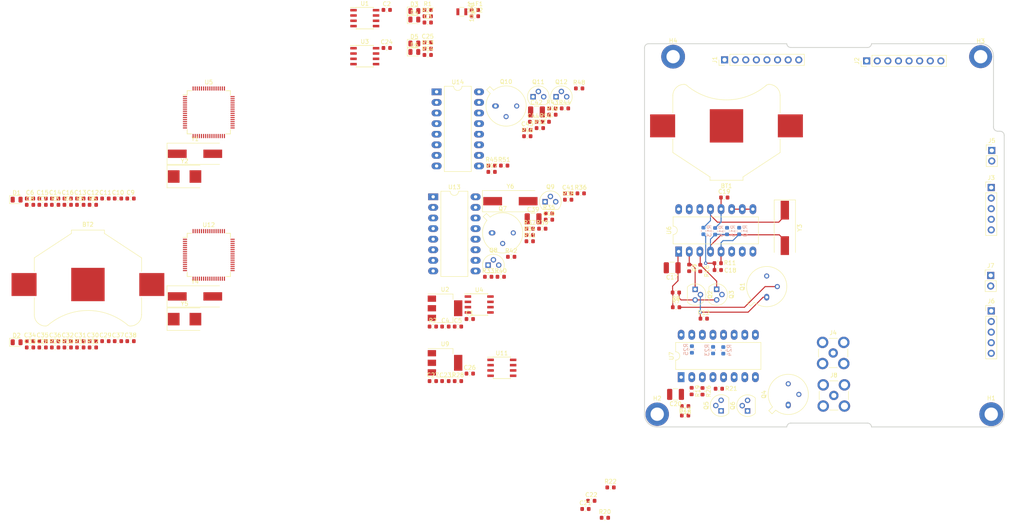
<source format=kicad_pcb>
(kicad_pcb (version 20171130) (host pcbnew 5.0.2-bee76a0~70~ubuntu16.04.1)
  (layers (0 F.Cu signal) (31 B.Cu signal) (34 B.Paste user) (35 F.Paste user) (36 B.SilkS user) (37 F.SilkS user) (38 B.Mask user) (39 F.Mask user) (44 Edge.Cuts user))
  (net 0 "")
  (net 1 "Net-(BT1-Pad1)")
  (net 2 GND)
  (net 3 "Net-(BT2-Pad1)")
  (net 4 +5V)
  (net 5 +3V3)
  (net 6 "Net-(C6-Pad1)")
  (net 7 /system1/sheet63822154/NRST)
  (net 8 "Net-(C8-Pad1)")
  (net 9 "Net-(C9-Pad1)")
  (net 10 "Net-(C10-Pad2)")
  (net 11 "Net-(C18-Pad1)")
  (net 12 "Net-(C19-Pad1)")
  (net 13 "Net-(C21-Pad1)")
  (net 14 "Net-(C22-Pad1)")
  (net 15 "Net-(C28-Pad1)")
  (net 16 /system2/sheet63824A8A/NRST)
  (net 17 "Net-(C30-Pad1)")
  (net 18 "Net-(C31-Pad1)")
  (net 19 "Net-(C32-Pad2)")
  (net 20 "Net-(C40-Pad1)")
  (net 21 "Net-(C41-Pad1)")
  (net 22 "Net-(C43-Pad1)")
  (net 23 "Net-(C44-Pad1)")
  (net 24 "Net-(D1-Pad2)")
  (net 25 "Net-(D1-Pad1)")
  (net 26 "Net-(D2-Pad1)")
  (net 27 "Net-(D2-Pad2)")
  (net 28 /CANL_2)
  (net 29 /CANH_2)
  (net 30 /CANL_1)
  (net 31 /CANH_1)
  (net 32 /SCL_1)
  (net 33 /SDA_1)
  (net 34 /SCL_2)
  (net 35 /SDA_2)
  (net 36 /system1/sheet63822154/SW_DIO)
  (net 37 /system1/sheet63822154/SW_CLK)
  (net 38 /system1/sheet63822156/quartz_input_2)
  (net 39 /system1/sheet63822156/quartz_input_1)
  (net 40 /system1/sheet63822154/UART_TX)
  (net 41 /system1/sheet63822154/UART_RX)
  (net 42 /system2/sheet63824A8A/SW_CLK)
  (net 43 /system2/sheet63824A8A/SW_DIO)
  (net 44 /system2/sheet63824A8A/UART_RX)
  (net 45 /system2/sheet63824A8A/UART_TX)
  (net 46 /system2/sheet63824A8C/quartz_input_1)
  (net 47 /system2/sheet63824A8C/quartz_input_2)
  (net 48 /system1/sheet63822155/Freq_output_CLK)
  (net 49 "Net-(Q1-Pad1)")
  (net 50 "Net-(Q2-Pad3)")
  (net 51 "Net-(Q2-Pad1)")
  (net 52 "Net-(Q3-Pad1)")
  (net 53 /system1/sheet63822156/Freq_output_CLK)
  (net 54 "Net-(Q4-Pad1)")
  (net 55 "Net-(Q5-Pad3)")
  (net 56 "Net-(Q5-Pad1)")
  (net 57 "Net-(Q6-Pad1)")
  (net 58 "Net-(Q7-Pad1)")
  (net 59 /system2/sheet63824A8B/Freq_output_CLK)
  (net 60 "Net-(Q8-Pad1)")
  (net 61 "Net-(Q8-Pad3)")
  (net 62 "Net-(Q9-Pad1)")
  (net 63 "Net-(Q10-Pad1)")
  (net 64 /system2/sheet63824A8C/Freq_output_CLK)
  (net 65 "Net-(Q11-Pad1)")
  (net 66 "Net-(Q11-Pad3)")
  (net 67 "Net-(Q12-Pad1)")
  (net 68 "Net-(R2-Pad1)")
  (net 69 "Net-(R3-Pad1)")
  (net 70 "Net-(R10-Pad1)")
  (net 71 /system1/sheet63822155/quartz_input_1)
  (net 72 /system1/sheet63822155/quartz_input_2)
  (net 73 "Net-(R20-Pad1)")
  (net 74 "Net-(R28-Pad1)")
  (net 75 "Net-(R29-Pad1)")
  (net 76 "Net-(R36-Pad1)")
  (net 77 /system2/sheet63824A8B/quartz_input_1)
  (net 78 /system2/sheet63824A8B/quartz_input_2)
  (net 79 "Net-(R46-Pad1)")
  (net 80 /system1/sheet63822154/CAN_TX)
  (net 81 /system1/sheet63822154/CAN_RX)
  (net 82 "Net-(U4-Pad5)")
  (net 83 "Net-(U5-Pad2)")
  (net 84 "Net-(U5-Pad8)")
  (net 85 "Net-(U5-Pad9)")
  (net 86 "Net-(U5-Pad10)")
  (net 87 "Net-(U5-Pad11)")
  (net 88 "Net-(U5-Pad20)")
  (net 89 "Net-(U5-Pad24)")
  (net 90 "Net-(U5-Pad25)")
  (net 91 "Net-(U5-Pad26)")
  (net 92 "Net-(U5-Pad27)")
  (net 93 "Net-(U5-Pad28)")
  (net 94 "Net-(U5-Pad29)")
  (net 95 "Net-(U5-Pad30)")
  (net 96 "Net-(U5-Pad33)")
  (net 97 "Net-(U5-Pad34)")
  (net 98 "Net-(U5-Pad35)")
  (net 99 "Net-(U5-Pad36)")
  (net 100 "Net-(U5-Pad37)")
  (net 101 "Net-(U5-Pad38)")
  (net 102 "Net-(U5-Pad39)")
  (net 103 "Net-(U5-Pad40)")
  (net 104 "Net-(U5-Pad41)")
  (net 105 "Net-(U5-Pad42)")
  (net 106 "Net-(U5-Pad43)")
  (net 107 "Net-(U5-Pad50)")
  (net 108 "Net-(U5-Pad51)")
  (net 109 "Net-(U5-Pad52)")
  (net 110 "Net-(U5-Pad53)")
  (net 111 "Net-(U5-Pad54)")
  (net 112 "Net-(U5-Pad55)")
  (net 113 "Net-(U5-Pad56)")
  (net 114 "Net-(U5-Pad57)")
  (net 115 "Net-(U5-Pad58)")
  (net 116 "Net-(U5-Pad59)")
  (net 117 "Net-(U6-Pad7)")
  (net 118 "Net-(U6-Pad6)")
  (net 119 "Net-(U6-Pad10)")
  (net 120 "Net-(U7-Pad10)")
  (net 121 "Net-(U7-Pad6)")
  (net 122 "Net-(U7-Pad7)")
  (net 123 "Net-(U11-Pad5)")
  (net 124 /system2/sheet63824A8A/CAN_RX)
  (net 125 /system2/sheet63824A8A/CAN_TX)
  (net 126 "Net-(U12-Pad59)")
  (net 127 "Net-(U12-Pad58)")
  (net 128 "Net-(U12-Pad57)")
  (net 129 "Net-(U12-Pad56)")
  (net 130 "Net-(U12-Pad55)")
  (net 131 "Net-(U12-Pad54)")
  (net 132 "Net-(U12-Pad53)")
  (net 133 "Net-(U12-Pad52)")
  (net 134 "Net-(U12-Pad51)")
  (net 135 "Net-(U12-Pad50)")
  (net 136 "Net-(U12-Pad43)")
  (net 137 "Net-(U12-Pad42)")
  (net 138 "Net-(U12-Pad41)")
  (net 139 "Net-(U12-Pad40)")
  (net 140 "Net-(U12-Pad39)")
  (net 141 "Net-(U12-Pad38)")
  (net 142 "Net-(U12-Pad37)")
  (net 143 "Net-(U12-Pad36)")
  (net 144 "Net-(U12-Pad35)")
  (net 145 "Net-(U12-Pad34)")
  (net 146 "Net-(U12-Pad33)")
  (net 147 "Net-(U12-Pad30)")
  (net 148 "Net-(U12-Pad29)")
  (net 149 "Net-(U12-Pad28)")
  (net 150 "Net-(U12-Pad27)")
  (net 151 "Net-(U12-Pad26)")
  (net 152 "Net-(U12-Pad25)")
  (net 153 "Net-(U12-Pad24)")
  (net 154 "Net-(U12-Pad20)")
  (net 155 "Net-(U12-Pad11)")
  (net 156 "Net-(U12-Pad10)")
  (net 157 "Net-(U12-Pad9)")
  (net 158 "Net-(U12-Pad8)")
  (net 159 "Net-(U12-Pad2)")
  (net 160 "Net-(U13-Pad10)")
  (net 161 "Net-(U13-Pad6)")
  (net 162 "Net-(U13-Pad7)")
  (net 163 "Net-(U14-Pad7)")
  (net 164 "Net-(U14-Pad6)")
  (net 165 "Net-(U14-Pad10)")
  (net 166 "Net-(10µH1-Pad2)")
  (net 167 "Net-(D3-Pad1)")
  (net 168 "Net-(D3-Pad2)")
  (net 169 "Net-(D4-Pad1)")
  (net 170 "Net-(D4-Pad2)")
  (net 171 "Net-(D5-Pad2)")
  (net 172 "Net-(D5-Pad1)")
  (net 173 "Net-(D6-Pad2)")
  (net 174 "Net-(D6-Pad1)")
  (module Battery:BatteryHolder_Keystone_3008_1x2450 (layer F.Cu) (at 206.58328 67.13728 180)
    (fp_text reference BT1 (at 0 -14.4 180) (layer F.SilkS))
    (fp_text value Battery_Cell)
    (pad 2 smd rect (at 0 0 180) (size 8 8) (layers F.Cu F.Mask) (net 2 GND))
    (pad 1 smd rect (at 15.3 0 180) (size 6 5.5) (layers F.Cu F.Paste F.Mask) (net 1 "Net-(BT1-Pad1)"))
    (pad 1 smd rect (at -15.3 0 180) (size 6 5.5) (layers F.Cu F.Paste F.Mask) (net 1 "Net-(BT1-Pad1)"))
  )
  (module Battery:BatteryHolder_Keystone_3008_1x2450 (layer F.Cu) (at 53.623001 105.179001)
    (fp_text reference BT2 (at 0 -14.4) (layer F.SilkS))
    (fp_text value Battery_Cell)
    (pad 1 smd rect (at -15.3 0) (size 6 5.5) (layers F.Cu F.Paste F.Mask) (net 3 "Net-(BT2-Pad1)"))
    (pad 1 smd rect (at 15.3 0) (size 6 5.5) (layers F.Cu F.Paste F.Mask) (net 3 "Net-(BT2-Pad1)"))
    (pad 2 smd rect (at 0 0) (size 8 8) (layers F.Cu F.Mask) (net 2 GND))
  )
  (module Capacitor_SMD:C_0603_1608Metric (layer F.Cu) (at 145.093001 113.449001)
    (fp_text reference C1 (at 0 -1.43) (layer F.SilkS))
    (fp_text value 0.1µF)
    (pad 2 smd roundrect (at 0.7875 0) (size 0.875 0.95) (layers F.Cu F.Paste F.Mask) (net 2 GND))
    (pad 1 smd roundrect (at -0.7875 0) (size 0.875 0.95) (layers F.Cu F.Paste F.Mask) (net 4 +5V))
  )
  (module Capacitor_SMD:C_0603_1608Metric (layer F.Cu) (at 139.253001 115.249001)
    (fp_text reference C4 (at 0 -1.43) (layer F.SilkS))
    (fp_text value 10µF)
    (pad 2 smd roundrect (at 0.7875 0) (size 0.875 0.95) (layers F.Cu F.Paste F.Mask) (net 2 GND))
    (pad 1 smd roundrect (at -0.7875 0) (size 0.875 0.95) (layers F.Cu F.Paste F.Mask) (net 5 +3V3))
  )
  (module Capacitor_SMD:C_0603_1608Metric (layer F.Cu) (at 142.263001 115.249001)
    (fp_text reference C5 (at 0 -1.43) (layer F.SilkS))
    (fp_text value 0.1µF)
    (pad 1 smd roundrect (at -0.7875 0) (size 0.875 0.95) (layers F.Cu F.Paste F.Mask) (net 4 +5V))
    (pad 2 smd roundrect (at 0.7875 0) (size 0.875 0.95) (layers F.Cu F.Paste F.Mask) (net 2 GND))
  )
  (module Capacitor_SMD:C_0603_1608Metric (layer F.Cu) (at 39.753001 84.559001)
    (fp_text reference C6 (at 0 -1.43) (layer F.SilkS))
    (fp_text value C_Small)
    (pad 1 smd roundrect (at -0.7875 0) (size 0.875 0.95) (layers F.Cu F.Paste F.Mask) (net 6 "Net-(C6-Pad1)"))
    (pad 2 smd roundrect (at 0.7875 0) (size 0.875 0.95) (layers F.Cu F.Paste F.Mask) (net 2 GND))
  )
  (module Capacitor_SMD:C_0603_1608Metric (layer F.Cu) (at 42.763001 86.069001)
    (fp_text reference C7 (at 0 -1.43) (layer F.SilkS))
    (fp_text value 0.1µF)
    (pad 2 smd roundrect (at 0.7875 0) (size 0.875 0.95) (layers F.Cu F.Paste F.Mask) (net 2 GND))
    (pad 1 smd roundrect (at -0.7875 0) (size 0.875 0.95) (layers F.Cu F.Paste F.Mask) (net 7 /system1/sheet63822154/NRST))
  )
  (module Capacitor_SMD:C_0603_1608Metric (layer F.Cu) (at 39.753001 86.069001)
    (fp_text reference C8 (at 0 -1.43) (layer F.SilkS))
    (fp_text value 9pF)
    (pad 1 smd roundrect (at -0.7875 0) (size 0.875 0.95) (layers F.Cu F.Paste F.Mask) (net 8 "Net-(C8-Pad1)"))
    (pad 2 smd roundrect (at 0.7875 0) (size 0.875 0.95) (layers F.Cu F.Paste F.Mask) (net 2 GND))
  )
  (module Capacitor_SMD:C_0603_1608Metric (layer F.Cu) (at 63.833001 84.559001)
    (fp_text reference C9 (at 0 -1.43) (layer F.SilkS))
    (fp_text value C_Small)
    (pad 2 smd roundrect (at 0.7875 0) (size 0.875 0.95) (layers F.Cu F.Paste F.Mask) (net 2 GND))
    (pad 1 smd roundrect (at -0.7875 0) (size 0.875 0.95) (layers F.Cu F.Paste F.Mask) (net 9 "Net-(C9-Pad1)"))
  )
  (module Capacitor_SMD:C_0603_1608Metric (layer F.Cu) (at 60.823001 84.559001)
    (fp_text reference C10 (at 0 -1.43) (layer F.SilkS))
    (fp_text value 9pF)
    (pad 1 smd roundrect (at -0.7875 0) (size 0.875 0.95) (layers F.Cu F.Paste F.Mask) (net 2 GND))
    (pad 2 smd roundrect (at 0.7875 0) (size 0.875 0.95) (layers F.Cu F.Paste F.Mask) (net 10 "Net-(C10-Pad2)"))
  )
  (module Capacitor_SMD:C_0603_1608Metric (layer F.Cu) (at 57.813001 84.559001)
    (fp_text reference C11 (at 0 -1.43) (layer F.SilkS))
    (fp_text value 4.7µF)
    (pad 1 smd roundrect (at -0.7875 0) (size 0.875 0.95) (layers F.Cu F.Paste F.Mask) (net 5 +3V3))
    (pad 2 smd roundrect (at 0.7875 0) (size 0.875 0.95) (layers F.Cu F.Paste F.Mask) (net 2 GND))
  )
  (module Capacitor_SMD:C_0603_1608Metric (layer F.Cu) (at 54.803001 84.559001)
    (fp_text reference C12 (at 0 -1.43) (layer F.SilkS))
    (fp_text value 0.1µF)
    (pad 2 smd roundrect (at 0.7875 0) (size 0.875 0.95) (layers F.Cu F.Paste F.Mask) (net 2 GND))
    (pad 1 smd roundrect (at -0.7875 0) (size 0.875 0.95) (layers F.Cu F.Paste F.Mask) (net 5 +3V3))
  )
  (module Capacitor_SMD:C_0603_1608Metric (layer F.Cu) (at 51.793001 84.559001)
    (fp_text reference C13 (at 0 -1.43) (layer F.SilkS))
    (fp_text value 0.1µF)
    (pad 1 smd roundrect (at -0.7875 0) (size 0.875 0.95) (layers F.Cu F.Paste F.Mask) (net 5 +3V3))
    (pad 2 smd roundrect (at 0.7875 0) (size 0.875 0.95) (layers F.Cu F.Paste F.Mask) (net 2 GND))
  )
  (module Capacitor_SMD:C_0603_1608Metric (layer F.Cu) (at 45.773001 84.559001)
    (fp_text reference C14 (at 0 -1.43) (layer F.SilkS))
    (fp_text value 0.1µF)
    (pad 2 smd roundrect (at 0.7875 0) (size 0.875 0.95) (layers F.Cu F.Paste F.Mask) (net 2 GND))
    (pad 1 smd roundrect (at -0.7875 0) (size 0.875 0.95) (layers F.Cu F.Paste F.Mask) (net 5 +3V3))
  )
  (module Capacitor_SMD:C_0603_1608Metric (layer F.Cu) (at 42.763001 84.559001)
    (fp_text reference C15 (at 0 -1.43) (layer F.SilkS))
    (fp_text value 0.1µF)
    (pad 2 smd roundrect (at 0.7875 0) (size 0.875 0.95) (layers F.Cu F.Paste F.Mask) (net 2 GND))
    (pad 1 smd roundrect (at -0.7875 0) (size 0.875 0.95) (layers F.Cu F.Paste F.Mask) (net 5 +3V3))
  )
  (module Capacitor_SMD:C_0603_1608Metric (layer F.Cu) (at 48.783001 84.559001)
    (fp_text reference C16 (at 0 -1.43) (layer F.SilkS))
    (fp_text value 0.1µF)
    (pad 1 smd roundrect (at -0.7875 0) (size 0.875 0.95) (layers F.Cu F.Paste F.Mask) (net 5 +3V3))
    (pad 2 smd roundrect (at 0.7875 0) (size 0.875 0.95) (layers F.Cu F.Paste F.Mask) (net 2 GND))
  )
  (module Capacitor_SMD:C_1210_3225Metric (layer F.Cu) (at 193.56578 101.17074 180)
    (fp_text reference C17 (at 0 -2.28 180) (layer F.SilkS))
    (fp_text value 1000)
    (pad 2 smd roundrect (at 1.4 0 180) (size 1.25 2.65) (layers F.Cu F.Paste F.Mask) (roundrect_rratio 0.2) (net 2 GND))
    (pad 1 smd roundrect (at -1.4 0 180) (size 1.25 2.65) (layers F.Cu F.Paste F.Mask) (roundrect_rratio 0.2) (net 4 +5V))
  )
  (module Capacitor_SMD:C_0603_1608Metric (layer F.Cu) (at 204.50048 101.70414)
    (fp_text reference C18 (at 2.9972 0.0762) (layer F.SilkS))
    (fp_text value 0.1µF)
    (pad 1 smd roundrect (at -0.7875 0) (size 0.875 0.95) (layers F.Cu F.Paste F.Mask) (net 11 "Net-(C18-Pad1)"))
    (pad 2 smd roundrect (at 0.7875 0) (size 0.875 0.95) (layers F.Cu F.Paste F.Mask) (net 2 GND))
  )
  (module Capacitor_SMD:C_0603_1608Metric (layer F.Cu) (at 206.04988 84.31784)
    (fp_text reference C19 (at 0 -1.43) (layer F.SilkS))
    (fp_text value 0.1µF)
    (pad 1 smd roundrect (at -0.7875 0) (size 0.875 0.95) (layers F.Cu F.Paste F.Mask) (net 12 "Net-(C19-Pad1)"))
    (pad 2 smd roundrect (at 0.7875 0) (size 0.875 0.95) (layers F.Cu F.Paste F.Mask) (net 2 GND))
  )
  (module Capacitor_SMD:C_1210_3225Metric (layer F.Cu) (at 194.37812 131.5212 180)
    (fp_text reference C20 (at 0 -2.28 180) (layer F.SilkS))
    (fp_text value 1000)
    (pad 1 smd roundrect (at -1.4 0 180) (size 1.25 2.65) (layers F.Cu F.Paste F.Mask) (roundrect_rratio 0.2) (net 4 +5V))
    (pad 2 smd roundrect (at 1.4 0 180) (size 1.25 2.65) (layers F.Cu F.Paste F.Mask) (roundrect_rratio 0.2) (net 2 GND))
  )
  (module Capacitor_SMD:C_0603_1608Metric (layer F.Cu) (at 172.799241 158.988801)
    (fp_text reference C21 (at 0 -1.43) (layer F.SilkS))
    (fp_text value 0.1µF)
    (pad 2 smd roundrect (at 0.7875 0) (size 0.875 0.95) (layers F.Cu F.Paste F.Mask) (net 2 GND))
    (pad 1 smd roundrect (at -0.7875 0) (size 0.875 0.95) (layers F.Cu F.Paste F.Mask) (net 13 "Net-(C21-Pad1)"))
  )
  (module Capacitor_SMD:C_0603_1608Metric (layer F.Cu) (at 174.199241 157.038801)
    (fp_text reference C22 (at 0 -1.43) (layer F.SilkS))
    (fp_text value 0.1µF)
    (pad 1 smd roundrect (at -0.7875 0) (size 0.875 0.95) (layers F.Cu F.Paste F.Mask) (net 14 "Net-(C22-Pad1)"))
    (pad 2 smd roundrect (at 0.7875 0) (size 0.875 0.95) (layers F.Cu F.Paste F.Mask) (net 2 GND))
  )
  (module Capacitor_SMD:C_0603_1608Metric (layer F.Cu) (at 139.253001 128.329001)
    (fp_text reference C23 (at 0 -1.43) (layer F.SilkS))
    (fp_text value 0.1µF)
    (pad 1 smd roundrect (at -0.7875 0) (size 0.875 0.95) (layers F.Cu F.Paste F.Mask) (net 4 +5V))
    (pad 2 smd roundrect (at 0.7875 0) (size 0.875 0.95) (layers F.Cu F.Paste F.Mask) (net 2 GND))
  )
  (module Capacitor_SMD:C_0603_1608Metric (layer F.Cu) (at 145.093001 126.529001)
    (fp_text reference C26 (at 0 -1.43) (layer F.SilkS))
    (fp_text value 10µF)
    (pad 2 smd roundrect (at 0.7875 0) (size 0.875 0.95) (layers F.Cu F.Paste F.Mask) (net 2 GND))
    (pad 1 smd roundrect (at -0.7875 0) (size 0.875 0.95) (layers F.Cu F.Paste F.Mask) (net 5 +3V3))
  )
  (module Capacitor_SMD:C_0603_1608Metric (layer F.Cu) (at 136.243001 128.329001)
    (fp_text reference C27 (at 0 -1.43) (layer F.SilkS))
    (fp_text value 0.1µF)
    (pad 1 smd roundrect (at -0.7875 0) (size 0.875 0.95) (layers F.Cu F.Paste F.Mask) (net 4 +5V))
    (pad 2 smd roundrect (at 0.7875 0) (size 0.875 0.95) (layers F.Cu F.Paste F.Mask) (net 2 GND))
  )
  (module Capacitor_SMD:C_0603_1608Metric (layer F.Cu) (at 42.763001 120.269001)
    (fp_text reference C28 (at 0 -1.43) (layer F.SilkS))
    (fp_text value C_Small)
    (pad 1 smd roundrect (at -0.7875 0) (size 0.875 0.95) (layers F.Cu F.Paste F.Mask) (net 15 "Net-(C28-Pad1)"))
    (pad 2 smd roundrect (at 0.7875 0) (size 0.875 0.95) (layers F.Cu F.Paste F.Mask) (net 2 GND))
  )
  (module Capacitor_SMD:C_0603_1608Metric (layer F.Cu) (at 57.813001 118.759001)
    (fp_text reference C29 (at 0 -1.43) (layer F.SilkS))
    (fp_text value 0.1µF)
    (pad 2 smd roundrect (at 0.7875 0) (size 0.875 0.95) (layers F.Cu F.Paste F.Mask) (net 2 GND))
    (pad 1 smd roundrect (at -0.7875 0) (size 0.875 0.95) (layers F.Cu F.Paste F.Mask) (net 16 /system2/sheet63824A8A/NRST))
  )
  (module Capacitor_SMD:C_0603_1608Metric (layer F.Cu) (at 54.803001 118.759001)
    (fp_text reference C30 (at 0 -1.43) (layer F.SilkS))
    (fp_text value 9pF)
    (pad 1 smd roundrect (at -0.7875 0) (size 0.875 0.95) (layers F.Cu F.Paste F.Mask) (net 17 "Net-(C30-Pad1)"))
    (pad 2 smd roundrect (at 0.7875 0) (size 0.875 0.95) (layers F.Cu F.Paste F.Mask) (net 2 GND))
  )
  (module Capacitor_SMD:C_0603_1608Metric (layer F.Cu) (at 51.793001 118.759001)
    (fp_text reference C31 (at 0 -1.43) (layer F.SilkS))
    (fp_text value C_Small)
    (pad 1 smd roundrect (at -0.7875 0) (size 0.875 0.95) (layers F.Cu F.Paste F.Mask) (net 18 "Net-(C31-Pad1)"))
    (pad 2 smd roundrect (at 0.7875 0) (size 0.875 0.95) (layers F.Cu F.Paste F.Mask) (net 2 GND))
  )
  (module Capacitor_SMD:C_0603_1608Metric (layer F.Cu) (at 48.783001 118.759001)
    (fp_text reference C32 (at 0 -1.43) (layer F.SilkS))
    (fp_text value 9pF)
    (pad 2 smd roundrect (at 0.7875 0) (size 0.875 0.95) (layers F.Cu F.Paste F.Mask) (net 19 "Net-(C32-Pad2)"))
    (pad 1 smd roundrect (at -0.7875 0) (size 0.875 0.95) (layers F.Cu F.Paste F.Mask) (net 2 GND))
  )
  (module Capacitor_SMD:C_0603_1608Metric (layer F.Cu) (at 39.753001 120.269001)
    (fp_text reference C33 (at 0 -1.43) (layer F.SilkS))
    (fp_text value 4.7µF)
    (pad 1 smd roundrect (at -0.7875 0) (size 0.875 0.95) (layers F.Cu F.Paste F.Mask) (net 5 +3V3))
    (pad 2 smd roundrect (at 0.7875 0) (size 0.875 0.95) (layers F.Cu F.Paste F.Mask) (net 2 GND))
  )
  (module Capacitor_SMD:C_0603_1608Metric (layer F.Cu) (at 39.753001 118.759001)
    (fp_text reference C34 (at 0 -1.43) (layer F.SilkS))
    (fp_text value 0.1µF)
    (pad 2 smd roundrect (at 0.7875 0) (size 0.875 0.95) (layers F.Cu F.Paste F.Mask) (net 2 GND))
    (pad 1 smd roundrect (at -0.7875 0) (size 0.875 0.95) (layers F.Cu F.Paste F.Mask) (net 5 +3V3))
  )
  (module Capacitor_SMD:C_0603_1608Metric (layer F.Cu) (at 42.763001 118.759001)
    (fp_text reference C35 (at 0 -1.43) (layer F.SilkS))
    (fp_text value 0.1µF)
    (pad 1 smd roundrect (at -0.7875 0) (size 0.875 0.95) (layers F.Cu F.Paste F.Mask) (net 5 +3V3))
    (pad 2 smd roundrect (at 0.7875 0) (size 0.875 0.95) (layers F.Cu F.Paste F.Mask) (net 2 GND))
  )
  (module Capacitor_SMD:C_0603_1608Metric (layer F.Cu) (at 45.773001 118.759001)
    (fp_text reference C36 (at 0 -1.43) (layer F.SilkS))
    (fp_text value 0.1µF)
    (pad 2 smd roundrect (at 0.7875 0) (size 0.875 0.95) (layers F.Cu F.Paste F.Mask) (net 2 GND))
    (pad 1 smd roundrect (at -0.7875 0) (size 0.875 0.95) (layers F.Cu F.Paste F.Mask) (net 5 +3V3))
  )
  (module Capacitor_SMD:C_0603_1608Metric (layer F.Cu) (at 60.823001 118.759001)
    (fp_text reference C37 (at 0 -1.43) (layer F.SilkS))
    (fp_text value 0.1µF)
    (pad 2 smd roundrect (at 0.7875 0) (size 0.875 0.95) (layers F.Cu F.Paste F.Mask) (net 2 GND))
    (pad 1 smd roundrect (at -0.7875 0) (size 0.875 0.95) (layers F.Cu F.Paste F.Mask) (net 5 +3V3))
  )
  (module Capacitor_SMD:C_0603_1608Metric (layer F.Cu) (at 63.833001 118.759001)
    (fp_text reference C38 (at 0 -1.43) (layer F.SilkS))
    (fp_text value 0.1µF)
    (pad 1 smd roundrect (at -0.7875 0) (size 0.875 0.95) (layers F.Cu F.Paste F.Mask) (net 5 +3V3))
    (pad 2 smd roundrect (at 0.7875 0) (size 0.875 0.95) (layers F.Cu F.Paste F.Mask) (net 2 GND))
  )
  (module Capacitor_SMD:C_1210_3225Metric (layer F.Cu) (at 160.253001 89.429001)
    (fp_text reference C39 (at 0 -2.28) (layer F.SilkS))
    (fp_text value 1000)
    (pad 2 smd roundrect (at 1.4 0) (size 1.25 2.65) (layers F.Cu F.Paste F.Mask) (roundrect_rratio 0.2) (net 2 GND))
    (pad 1 smd roundrect (at -1.4 0) (size 1.25 2.65) (layers F.Cu F.Paste F.Mask) (roundrect_rratio 0.2) (net 4 +5V))
  )
  (module Capacitor_SMD:C_0603_1608Metric (layer F.Cu) (at 164.063001 89.629001)
    (fp_text reference C40 (at 0 -1.43) (layer F.SilkS))
    (fp_text value 0.1µF)
    (pad 2 smd roundrect (at 0.7875 0) (size 0.875 0.95) (layers F.Cu F.Paste F.Mask) (net 2 GND))
    (pad 1 smd roundrect (at -0.7875 0) (size 0.875 0.95) (layers F.Cu F.Paste F.Mask) (net 20 "Net-(C40-Pad1)"))
  )
  (module Capacitor_SMD:C_0603_1608Metric (layer F.Cu) (at 168.663001 83.329001)
    (fp_text reference C41 (at 0 -1.43) (layer F.SilkS))
    (fp_text value 0.1µF)
    (pad 2 smd roundrect (at 0.7875 0) (size 0.875 0.95) (layers F.Cu F.Paste F.Mask) (net 2 GND))
    (pad 1 smd roundrect (at -0.7875 0) (size 0.875 0.95) (layers F.Cu F.Paste F.Mask) (net 21 "Net-(C41-Pad1)"))
  )
  (module Capacitor_SMD:C_1210_3225Metric (layer F.Cu) (at 161.073001 63.799001)
    (fp_text reference C42 (at 0 -2.28) (layer F.SilkS))
    (fp_text value 1000)
    (pad 1 smd roundrect (at -1.4 0) (size 1.25 2.65) (layers F.Cu F.Paste F.Mask) (roundrect_rratio 0.2) (net 4 +5V))
    (pad 2 smd roundrect (at 1.4 0) (size 1.25 2.65) (layers F.Cu F.Paste F.Mask) (roundrect_rratio 0.2) (net 2 GND))
  )
  (module Capacitor_SMD:C_0603_1608Metric (layer F.Cu) (at 158.873001 68.109001)
    (fp_text reference C43 (at 0 -1.43) (layer F.SilkS))
    (fp_text value 0.1µF)
    (pad 2 smd roundrect (at 0.7875 0) (size 0.875 0.95) (layers F.Cu F.Paste F.Mask) (net 2 GND))
    (pad 1 smd roundrect (at -0.7875 0) (size 0.875 0.95) (layers F.Cu F.Paste F.Mask) (net 22 "Net-(C43-Pad1)"))
  )
  (module Capacitor_SMD:C_0603_1608Metric (layer F.Cu) (at 160.273001 66.159001)
    (fp_text reference C44 (at 0 -1.43) (layer F.SilkS))
    (fp_text value 0.1µF)
    (pad 2 smd roundrect (at 0.7875 0) (size 0.875 0.95) (layers F.Cu F.Paste F.Mask) (net 2 GND))
    (pad 1 smd roundrect (at -0.7875 0) (size 0.875 0.95) (layers F.Cu F.Paste F.Mask) (net 23 "Net-(C44-Pad1)"))
  )
  (module LED_SMD:LED_0805_2012Metric (layer F.Cu) (at 36.543001 84.824001)
    (fp_text reference D1 (at 0 -1.65) (layer F.SilkS))
    (fp_text value LED_Small)
    (pad 1 smd roundrect (at -0.9375 0) (size 0.975 1.4) (layers F.Cu F.Paste F.Mask) (net 25 "Net-(D1-Pad1)"))
    (pad 2 smd roundrect (at 0.9375 0) (size 0.975 1.4) (layers F.Cu F.Paste F.Mask) (net 24 "Net-(D1-Pad2)"))
  )
  (module LED_SMD:LED_0805_2012Metric (layer F.Cu) (at 36.543001 119.024001)
    (fp_text reference D2 (at 0 -1.65) (layer F.SilkS))
    (fp_text value LED_Small)
    (pad 2 smd roundrect (at 0.9375 0) (size 0.975 1.4) (layers F.Cu F.Paste F.Mask) (net 27 "Net-(D2-Pad2)"))
    (pad 1 smd roundrect (at -0.9375 0) (size 0.975 1.4) (layers F.Cu F.Paste F.Mask) (net 26 "Net-(D2-Pad1)"))
  )
  (module Connector_PinHeader_2.54mm:PinHeader_1x08_P2.54mm_Vertical (layer F.Cu) (at 206.121 51.308 90)
    (fp_text reference J1 (at 0 -2.33 90) (layer F.SilkS))
    (fp_text value Conn_01x08_Female)
    (pad 1 thru_hole rect (at 0 0 90) (size 1.7 1.7) (drill 1) (layers *.Cu *.Mask) (net 31 /CANH_1))
    (pad 2 thru_hole oval (at 0 2.54 90) (size 1.7 1.7) (drill 1) (layers *.Cu *.Mask) (net 30 /CANL_1))
    (pad 3 thru_hole oval (at 0 5.08 90) (size 1.7 1.7) (drill 1) (layers *.Cu *.Mask) (net 29 /CANH_2))
    (pad 4 thru_hole oval (at 0 7.62 90) (size 1.7 1.7) (drill 1) (layers *.Cu *.Mask) (net 28 /CANL_2))
    (pad 5 thru_hole oval (at 0 10.16 90) (size 1.7 1.7) (drill 1) (layers *.Cu *.Mask) (net 166 "Net-(10µH1-Pad2)"))
    (pad 6 thru_hole oval (at 0 12.7 90) (size 1.7 1.7) (drill 1) (layers *.Cu *.Mask) (net 166 "Net-(10µH1-Pad2)"))
    (pad 7 thru_hole oval (at 0 15.24 90) (size 1.7 1.7) (drill 1) (layers *.Cu *.Mask) (net 2 GND))
    (pad 8 thru_hole oval (at 0 17.78 90) (size 1.7 1.7) (drill 1) (layers *.Cu *.Mask) (net 2 GND))
  )
  (module Connector_PinHeader_2.54mm:PinHeader_1x08_P2.54mm_Vertical (layer F.Cu) (at 240.157 51.562 90)
    (fp_text reference J2 (at 0 -2.33 90) (layer F.SilkS))
    (fp_text value Conn_01x08_Female)
    (pad 8 thru_hole oval (at 0 17.78 90) (size 1.7 1.7) (drill 1) (layers *.Cu *.Mask) (net 2 GND))
    (pad 7 thru_hole oval (at 0 15.24 90) (size 1.7 1.7) (drill 1) (layers *.Cu *.Mask) (net 2 GND))
    (pad 6 thru_hole oval (at 0 12.7 90) (size 1.7 1.7) (drill 1) (layers *.Cu *.Mask) (net 35 /SDA_2))
    (pad 5 thru_hole oval (at 0 10.16 90) (size 1.7 1.7) (drill 1) (layers *.Cu *.Mask) (net 34 /SCL_2))
    (pad 4 thru_hole oval (at 0 7.62 90) (size 1.7 1.7) (drill 1) (layers *.Cu *.Mask) (net 33 /SDA_1))
    (pad 3 thru_hole oval (at 0 5.08 90) (size 1.7 1.7) (drill 1) (layers *.Cu *.Mask) (net 32 /SCL_1))
    (pad 2 thru_hole oval (at 0 2.54 90) (size 1.7 1.7) (drill 1) (layers *.Cu *.Mask) (net 4 +5V))
    (pad 1 thru_hole rect (at 0 0 90) (size 1.7 1.7) (drill 1) (layers *.Cu *.Mask) (net 4 +5V))
  )
  (module Connector_PinHeader_2.54mm:PinHeader_1x05_P2.54mm_Vertical (layer F.Cu) (at 270.002 81.915)
    (fp_text reference J3 (at 0 -2.33) (layer F.SilkS))
    (fp_text value Conn_01x05_Female)
    (pad 5 thru_hole oval (at 0 10.16) (size 1.7 1.7) (drill 1) (layers *.Cu *.Mask) (net 2 GND))
    (pad 4 thru_hole oval (at 0 7.62) (size 1.7 1.7) (drill 1) (layers *.Cu *.Mask) (net 37 /system1/sheet63822154/SW_CLK))
    (pad 3 thru_hole oval (at 0 5.08) (size 1.7 1.7) (drill 1) (layers *.Cu *.Mask) (net 36 /system1/sheet63822154/SW_DIO))
    (pad 2 thru_hole oval (at 0 2.54) (size 1.7 1.7) (drill 1) (layers *.Cu *.Mask) (net 7 /system1/sheet63822154/NRST))
    (pad 1 thru_hole rect (at 0 0) (size 1.7 1.7) (drill 1) (layers *.Cu *.Mask) (net 5 +3V3))
  )
  (module Connector_Coaxial:SMB_Jack_Vertical (layer F.Cu) (at 232.14076 121.59234)
    (fp_text reference J4 (at 0 -4.85) (layer F.SilkS))
    (fp_text value Conn_01x02)
    (pad 2 thru_hole circle (at -2.54 2.54) (size 2.74 2.74) (drill 1.7) (layers *.Cu *.Mask) (net 39 /system1/sheet63822156/quartz_input_1))
    (pad 2 thru_hole circle (at 2.54 2.54) (size 2.74 2.74) (drill 1.7) (layers *.Cu *.Mask) (net 39 /system1/sheet63822156/quartz_input_1))
    (pad 2 thru_hole circle (at 2.54 -2.54) (size 2.74 2.74) (drill 1.7) (layers *.Cu *.Mask) (net 39 /system1/sheet63822156/quartz_input_1))
    (pad 2 thru_hole circle (at -2.54 -2.54) (size 2.74 2.74) (drill 1.7) (layers *.Cu *.Mask) (net 39 /system1/sheet63822156/quartz_input_1))
    (pad 1 thru_hole circle (at 0 0) (size 2.24 2.24) (drill 1.2) (layers *.Cu *.Mask) (net 38 /system1/sheet63822156/quartz_input_2))
  )
  (module Connector_PinHeader_2.54mm:PinHeader_1x02_P2.54mm_Vertical (layer F.Cu) (at 270.129 73.025)
    (fp_text reference J5 (at 0 -2.33) (layer F.SilkS))
    (fp_text value Conn_01x02_Female)
    (pad 2 thru_hole oval (at 0 2.54) (size 1.7 1.7) (drill 1) (layers *.Cu *.Mask) (net 41 /system1/sheet63822154/UART_RX))
    (pad 1 thru_hole rect (at 0 0) (size 1.7 1.7) (drill 1) (layers *.Cu *.Mask) (net 40 /system1/sheet63822154/UART_TX))
  )
  (module Connector_PinHeader_2.54mm:PinHeader_1x05_P2.54mm_Vertical (layer F.Cu) (at 270.002 111.506)
    (fp_text reference J6 (at 0 -2.33) (layer F.SilkS))
    (fp_text value Conn_01x05_Female)
    (pad 1 thru_hole rect (at 0 0) (size 1.7 1.7) (drill 1) (layers *.Cu *.Mask) (net 5 +3V3))
    (pad 2 thru_hole oval (at 0 2.54) (size 1.7 1.7) (drill 1) (layers *.Cu *.Mask) (net 16 /system2/sheet63824A8A/NRST))
    (pad 3 thru_hole oval (at 0 5.08) (size 1.7 1.7) (drill 1) (layers *.Cu *.Mask) (net 43 /system2/sheet63824A8A/SW_DIO))
    (pad 4 thru_hole oval (at 0 7.62) (size 1.7 1.7) (drill 1) (layers *.Cu *.Mask) (net 42 /system2/sheet63824A8A/SW_CLK))
    (pad 5 thru_hole oval (at 0 10.16) (size 1.7 1.7) (drill 1) (layers *.Cu *.Mask) (net 2 GND))
  )
  (module Connector_PinHeader_2.54mm:PinHeader_1x02_P2.54mm_Vertical (layer F.Cu) (at 269.875 102.997)
    (fp_text reference J7 (at 0 -2.33) (layer F.SilkS))
    (fp_text value Conn_01x02_Female)
    (pad 1 thru_hole rect (at 0 0) (size 1.7 1.7) (drill 1) (layers *.Cu *.Mask) (net 45 /system2/sheet63824A8A/UART_TX))
    (pad 2 thru_hole oval (at 0 2.54) (size 1.7 1.7) (drill 1) (layers *.Cu *.Mask) (net 44 /system2/sheet63824A8A/UART_RX))
  )
  (module Connector_Coaxial:SMB_Jack_Vertical (layer F.Cu) (at 232.29824 131.77774)
    (fp_text reference J8 (at 0 -4.85) (layer F.SilkS))
    (fp_text value Conn_01x02)
    (pad 1 thru_hole circle (at 0 0) (size 2.24 2.24) (drill 1.2) (layers *.Cu *.Mask) (net 47 /system2/sheet63824A8C/quartz_input_2))
    (pad 2 thru_hole circle (at -2.54 -2.54) (size 2.74 2.74) (drill 1.7) (layers *.Cu *.Mask) (net 46 /system2/sheet63824A8C/quartz_input_1))
    (pad 2 thru_hole circle (at 2.54 -2.54) (size 2.74 2.74) (drill 1.7) (layers *.Cu *.Mask) (net 46 /system2/sheet63824A8C/quartz_input_1))
    (pad 2 thru_hole circle (at 2.54 2.54) (size 2.74 2.74) (drill 1.7) (layers *.Cu *.Mask) (net 46 /system2/sheet63824A8C/quartz_input_1))
    (pad 2 thru_hole circle (at -2.54 2.54) (size 2.74 2.74) (drill 1.7) (layers *.Cu *.Mask) (net 46 /system2/sheet63824A8C/quartz_input_1))
  )
  (module Package_TO_SOT_THT:TO-5-3 (layer F.Cu) (at 216.21496 108.21416 90)
    (fp_text reference Q1 (at 2.54 -5.82 90) (layer F.SilkS))
    (fp_text value Q_NPN_BCE)
    (pad 1 thru_hole oval (at 0 0 90) (size 1.6 1.2) (drill 0.7) (layers *.Cu *.Mask) (net 49 "Net-(Q1-Pad1)"))
    (pad 2 thru_hole oval (at 2.54 2.54 90) (size 1.2 1.2) (drill 0.7) (layers *.Cu *.Mask) (net 48 /system1/sheet63822155/Freq_output_CLK))
    (pad 3 thru_hole oval (at 5.08 0 90) (size 1.2 1.2) (drill 0.7) (layers *.Cu *.Mask) (net 2 GND))
  )
  (module Package_TO_SOT_THT:TO-92 (layer F.Cu) (at 199.07504 106.33456 270)
    (fp_text reference Q2 (at 1.27 -3.56 270) (layer F.SilkS))
    (fp_text value Q_PNP_BCE)
    (pad 1 thru_hole rect (at 0 0) (size 1.3 1.3) (drill 0.75) (layers *.Cu *.Mask) (net 51 "Net-(Q2-Pad1)"))
    (pad 3 thru_hole circle (at 2.54 0) (size 1.3 1.3) (drill 0.75) (layers *.Cu *.Mask) (net 50 "Net-(Q2-Pad3)"))
    (pad 2 thru_hole circle (at 1.27 -1.27) (size 1.3 1.3) (drill 0.75) (layers *.Cu *.Mask) (net 49 "Net-(Q1-Pad1)"))
  )
  (module Package_TO_SOT_THT:TO-92 (layer F.Cu) (at 204.22616 106.31424 270)
    (fp_text reference Q3 (at 1.27 -3.56 270) (layer F.SilkS))
    (fp_text value Q_PNP_BCE)
    (pad 2 thru_hole circle (at 1.27 -1.27) (size 1.3 1.3) (drill 0.75) (layers *.Cu *.Mask) (net 2 GND))
    (pad 3 thru_hole circle (at 2.54 0) (size 1.3 1.3) (drill 0.75) (layers *.Cu *.Mask) (net 50 "Net-(Q2-Pad3)"))
    (pad 1 thru_hole rect (at 0 0) (size 1.3 1.3) (drill 0.75) (layers *.Cu *.Mask) (net 52 "Net-(Q3-Pad1)"))
  )
  (module Package_TO_SOT_THT:TO-5-3 (layer F.Cu) (at 221.37878 134.06374 90)
    (fp_text reference Q4 (at 2.54 -5.82 90) (layer F.SilkS))
    (fp_text value Q_NPN_BCE)
    (pad 1 thru_hole oval (at 0 0 90) (size 1.6 1.2) (drill 0.7) (layers *.Cu *.Mask) (net 54 "Net-(Q4-Pad1)"))
    (pad 2 thru_hole oval (at 2.54 2.54 90) (size 1.2 1.2) (drill 0.7) (layers *.Cu *.Mask) (net 53 /system1/sheet63822156/Freq_output_CLK))
    (pad 3 thru_hole oval (at 5.08 0 90) (size 1.2 1.2) (drill 0.7) (layers *.Cu *.Mask) (net 2 GND))
  )
  (module Package_TO_SOT_THT:TO-92 (layer F.Cu) (at 205.29296 135.46328 90)
    (fp_text reference Q5 (at 1.27 -3.56 90) (layer F.SilkS))
    (fp_text value Q_PNP_BCE)
    (pad 1 thru_hole rect (at 0 0 180) (size 1.3 1.3) (drill 0.75) (layers *.Cu *.Mask) (net 56 "Net-(Q5-Pad1)"))
    (pad 3 thru_hole circle (at 2.54 0 180) (size 1.3 1.3) (drill 0.75) (layers *.Cu *.Mask) (net 55 "Net-(Q5-Pad3)"))
    (pad 2 thru_hole circle (at 1.27 -1.27 180) (size 1.3 1.3) (drill 0.75) (layers *.Cu *.Mask) (net 54 "Net-(Q4-Pad1)"))
  )
  (module Package_TO_SOT_THT:TO-92 (layer F.Cu) (at 211.63026 135.49122 90)
    (fp_text reference Q6 (at 1.27 -3.56 90) (layer F.SilkS))
    (fp_text value Q_PNP_BCE)
    (pad 2 thru_hole circle (at 1.27 -1.27 180) (size 1.3 1.3) (drill 0.75) (layers *.Cu *.Mask) (net 2 GND))
    (pad 3 thru_hole circle (at 2.54 0 180) (size 1.3 1.3) (drill 0.75) (layers *.Cu *.Mask) (net 55 "Net-(Q5-Pad3)"))
    (pad 1 thru_hole rect (at 0 0 180) (size 1.3 1.3) (drill 0.75) (layers *.Cu *.Mask) (net 57 "Net-(Q6-Pad1)"))
  )
  (module Package_TO_SOT_THT:TO-5-3 (layer F.Cu) (at 150.433001 92.799001)
    (fp_text reference Q7 (at 2.54 -5.82) (layer F.SilkS))
    (fp_text value Q_NPN_BCE)
    (pad 3 thru_hole oval (at 5.08 0) (size 1.2 1.2) (drill 0.7) (layers *.Cu *.Mask) (net 2 GND))
    (pad 2 thru_hole oval (at 2.54 2.54) (size 1.2 1.2) (drill 0.7) (layers *.Cu *.Mask) (net 59 /system2/sheet63824A8B/Freq_output_CLK))
    (pad 1 thru_hole oval (at 0 0) (size 1.6 1.2) (drill 0.7) (layers *.Cu *.Mask) (net 58 "Net-(Q7-Pad1)"))
  )
  (module Package_TO_SOT_THT:TO-92 (layer F.Cu) (at 149.483001 100.529001)
    (fp_text reference Q8 (at 1.27 -3.56) (layer F.SilkS))
    (fp_text value Q_PNP_BCE)
    (pad 2 thru_hole circle (at 1.27 -1.27 90) (size 1.3 1.3) (drill 0.75) (layers *.Cu *.Mask) (net 58 "Net-(Q7-Pad1)"))
    (pad 3 thru_hole circle (at 2.54 0 90) (size 1.3 1.3) (drill 0.75) (layers *.Cu *.Mask) (net 61 "Net-(Q8-Pad3)"))
    (pad 1 thru_hole rect (at 0 0 90) (size 1.3 1.3) (drill 0.75) (layers *.Cu *.Mask) (net 60 "Net-(Q8-Pad1)"))
  )
  (module Package_TO_SOT_THT:TO-92 (layer F.Cu) (at 163.133001 85.329001)
    (fp_text reference Q9 (at 1.27 -3.56) (layer F.SilkS))
    (fp_text value Q_PNP_BCE)
    (pad 1 thru_hole rect (at 0 0 90) (size 1.3 1.3) (drill 0.75) (layers *.Cu *.Mask) (net 62 "Net-(Q9-Pad1)"))
    (pad 3 thru_hole circle (at 2.54 0 90) (size 1.3 1.3) (drill 0.75) (layers *.Cu *.Mask) (net 61 "Net-(Q8-Pad3)"))
    (pad 2 thru_hole circle (at 1.27 -1.27 90) (size 1.3 1.3) (drill 0.75) (layers *.Cu *.Mask) (net 2 GND))
  )
  (module Package_TO_SOT_THT:TO-5-3 (layer F.Cu) (at 151.253001 62.379001)
    (fp_text reference Q10 (at 2.54 -5.82) (layer F.SilkS))
    (fp_text value Q_NPN_BCE)
    (pad 3 thru_hole oval (at 5.08 0) (size 1.2 1.2) (drill 0.7) (layers *.Cu *.Mask) (net 2 GND))
    (pad 2 thru_hole oval (at 2.54 2.54) (size 1.2 1.2) (drill 0.7) (layers *.Cu *.Mask) (net 64 /system2/sheet63824A8C/Freq_output_CLK))
    (pad 1 thru_hole oval (at 0 0) (size 1.6 1.2) (drill 0.7) (layers *.Cu *.Mask) (net 63 "Net-(Q10-Pad1)"))
  )
  (module Package_TO_SOT_THT:TO-92 (layer F.Cu) (at 160.253001 60.159001)
    (fp_text reference Q11 (at 1.27 -3.56) (layer F.SilkS))
    (fp_text value Q_PNP_BCE)
    (pad 2 thru_hole circle (at 1.27 -1.27 90) (size 1.3 1.3) (drill 0.75) (layers *.Cu *.Mask) (net 63 "Net-(Q10-Pad1)"))
    (pad 3 thru_hole circle (at 2.54 0 90) (size 1.3 1.3) (drill 0.75) (layers *.Cu *.Mask) (net 66 "Net-(Q11-Pad3)"))
    (pad 1 thru_hole rect (at 0 0 90) (size 1.3 1.3) (drill 0.75) (layers *.Cu *.Mask) (net 65 "Net-(Q11-Pad1)"))
  )
  (module Package_TO_SOT_THT:TO-92 (layer F.Cu) (at 165.763001 60.159001)
    (fp_text reference Q12 (at 1.27 -3.56) (layer F.SilkS))
    (fp_text value Q_PNP_BCE)
    (pad 1 thru_hole rect (at 0 0 90) (size 1.3 1.3) (drill 0.75) (layers *.Cu *.Mask) (net 67 "Net-(Q12-Pad1)"))
    (pad 3 thru_hole circle (at 2.54 0 90) (size 1.3 1.3) (drill 0.75) (layers *.Cu *.Mask) (net 66 "Net-(Q11-Pad3)"))
    (pad 2 thru_hole circle (at 1.27 -1.27 90) (size 1.3 1.3) (drill 0.75) (layers *.Cu *.Mask) (net 2 GND))
  )
  (module Resistor_SMD:R_0603_1608Metric (layer F.Cu) (at 136.243001 115.249001)
    (fp_text reference R2 (at 0 -1.43) (layer F.SilkS))
    (fp_text value 0)
    (pad 1 smd roundrect (at -0.7875 0) (size 0.875 0.95) (layers F.Cu F.Paste F.Mask) (net 68 "Net-(R2-Pad1)"))
    (pad 2 smd roundrect (at 0.7875 0) (size 0.875 0.95) (layers F.Cu F.Paste F.Mask) (net 5 +3V3))
  )
  (module Resistor_SMD:R_0603_1608Metric (layer F.Cu) (at 45.773001 86.069001)
    (fp_text reference R3 (at 0 -1.43) (layer F.SilkS))
    (fp_text value 10k)
    (pad 1 smd roundrect (at -0.7875 0) (size 0.875 0.95) (layers F.Cu F.Paste F.Mask) (net 69 "Net-(R3-Pad1)"))
    (pad 2 smd roundrect (at 0.7875 0) (size 0.875 0.95) (layers F.Cu F.Paste F.Mask) (net 2 GND))
  )
  (module Resistor_SMD:R_0603_1608Metric (layer F.Cu) (at 48.783001 86.069001)
    (fp_text reference R4 (at 0 -1.43) (layer F.SilkS))
    (fp_text value 10k)
    (pad 1 smd roundrect (at -0.7875 0) (size 0.875 0.95) (layers F.Cu F.Paste F.Mask) (net 5 +3V3))
    (pad 2 smd roundrect (at 0.7875 0) (size 0.875 0.95) (layers F.Cu F.Paste F.Mask) (net 34 /SCL_2))
  )
  (module Resistor_SMD:R_0603_1608Metric (layer F.Cu) (at 51.793001 86.069001)
    (fp_text reference R5 (at 0 -1.43) (layer F.SilkS))
    (fp_text value 1k)
    (pad 2 smd roundrect (at 0.7875 0) (size 0.875 0.95) (layers F.Cu F.Paste F.Mask) (net 2 GND))
    (pad 1 smd roundrect (at -0.7875 0) (size 0.875 0.95) (layers F.Cu F.Paste F.Mask) (net 25 "Net-(D1-Pad1)"))
  )
  (module Resistor_SMD:R_0603_1608Metric (layer F.Cu) (at 54.803001 86.069001)
    (fp_text reference R6 (at 0 -1.43) (layer F.SilkS))
    (fp_text value 10k)
    (pad 2 smd roundrect (at 0.7875 0) (size 0.875 0.95) (layers F.Cu F.Paste F.Mask) (net 35 /SDA_2))
    (pad 1 smd roundrect (at -0.7875 0) (size 0.875 0.95) (layers F.Cu F.Paste F.Mask) (net 5 +3V3))
  )
  (module Resistor_SMD:R_0603_1608Metric (layer F.Cu) (at 194.50812 110.63224)
    (fp_text reference R7 (at 0 -1.43) (layer F.SilkS))
    (fp_text value 270)
    (pad 1 smd roundrect (at -0.7875 0) (size 0.875 0.95) (layers F.Cu F.Paste F.Mask) (net 4 +5V))
    (pad 2 smd roundrect (at 0.7875 0) (size 0.875 0.95) (layers F.Cu F.Paste F.Mask) (net 48 /system1/sheet63822155/Freq_output_CLK))
  )
  (module Resistor_SMD:R_0603_1608Metric (layer F.Cu) (at 194.4624 107.09656 180)
    (fp_text reference R8 (at 0 -1.43 180) (layer F.SilkS))
    (fp_text value 91)
    (pad 2 smd roundrect (at 0.7875 0 180) (size 0.875 0.95) (layers F.Cu F.Paste F.Mask) (net 4 +5V))
    (pad 1 smd roundrect (at -0.7875 0 180) (size 0.875 0.95) (layers F.Cu F.Paste F.Mask) (net 50 "Net-(Q2-Pad3)"))
  )
  (module Resistor_SMD:R_0603_1608Metric (layer F.Cu) (at 197.64248 101.19614 270)
    (fp_text reference R9 (at -0.00762 -1.33604 270) (layer F.SilkS))
    (fp_text value 150)
    (pad 2 smd roundrect (at 0.7875 0 270) (size 0.875 0.95) (layers F.Cu F.Paste F.Mask) (net 2 GND))
    (pad 1 smd roundrect (at -0.7875 0 270) (size 0.875 0.95) (layers F.Cu F.Paste F.Mask) (net 51 "Net-(Q2-Pad1)"))
  )
  (module Resistor_SMD:R_0603_1608Metric (layer B.Cu) (at 209.62112 92.34932 90)
    (fp_text reference R10 (at 0 1.43 90) (layer B.SilkS) (effects (justify mirror)))
    (fp_text value 100)
    (pad 1 smd roundrect (at -0.7875 0 90) (size 0.875 0.95) (layers B.Cu B.Paste B.Mask) (net 70 "Net-(R10-Pad1)"))
    (pad 2 smd roundrect (at 0.7875 0 90) (size 0.875 0.95) (layers B.Cu B.Paste B.Mask) (net 2 GND))
  )
  (module Resistor_SMD:R_0603_1608Metric (layer F.Cu) (at 204.482773 100.066862 180)
    (fp_text reference R11 (at -2.926007 0.064522) (layer F.SilkS))
    (fp_text value 4.7k)
    (pad 2 smd roundrect (at 0.7875 0 180) (size 0.875 0.95) (layers F.Cu F.Paste F.Mask) (net 11 "Net-(C18-Pad1)"))
    (pad 1 smd roundrect (at -0.7875 0 180) (size 0.875 0.95) (layers F.Cu F.Paste F.Mask) (net 70 "Net-(R10-Pad1)"))
  )
  (module Resistor_SMD:R_0603_1608Metric (layer F.Cu) (at 201.13752 113.35512)
    (fp_text reference R12 (at 0 -1.43) (layer F.SilkS))
    (fp_text value 200)
    (pad 2 smd roundrect (at 0.7875 0) (size 0.875 0.95) (layers F.Cu F.Paste F.Mask) (net 2 GND))
    (pad 1 smd roundrect (at -0.7875 0) (size 0.875 0.95) (layers F.Cu F.Paste F.Mask) (net 49 "Net-(Q1-Pad1)"))
  )
  (module Resistor_SMD:R_0603_1608Metric (layer B.Cu) (at 201.05878 92.33144 270)
    (fp_text reference R13 (at 0 -1.397 270) (layer B.SilkS) (effects (justify mirror)))
    (fp_text value 10)
    (pad 1 smd roundrect (at -0.7875 0 270) (size 0.875 0.95) (layers B.Cu B.Paste B.Mask) (net 71 /system1/sheet63822155/quartz_input_1))
    (pad 2 smd roundrect (at 0.7875 0 270) (size 0.875 0.95) (layers B.Cu B.Paste B.Mask) (net 11 "Net-(C18-Pad1)"))
  )
  (module Resistor_SMD:R_0603_1608Metric (layer B.Cu) (at 203.86548 92.40774 90)
    (fp_text reference R14 (at 0 1.43 90) (layer B.SilkS) (effects (justify mirror)))
    (fp_text value 5.1k)
    (pad 1 smd roundrect (at -0.7875 0 90) (size 0.875 0.95) (layers B.Cu B.Paste B.Mask) (net 72 /system1/sheet63822155/quartz_input_2))
    (pad 2 smd roundrect (at 0.7875 0 90) (size 0.875 0.95) (layers B.Cu B.Paste B.Mask) (net 12 "Net-(C19-Pad1)"))
  )
  (module Resistor_SMD:R_0603_1608Metric (layer B.Cu) (at 206.71536 92.36456 90)
    (fp_text reference R15 (at 0 1.43 90) (layer B.SilkS) (effects (justify mirror)))
    (fp_text value 100)
    (pad 1 smd roundrect (at -0.7875 0 90) (size 0.875 0.95) (layers B.Cu B.Paste B.Mask) (net 72 /system1/sheet63822155/quartz_input_2))
    (pad 2 smd roundrect (at 0.7875 0 90) (size 0.875 0.95) (layers B.Cu B.Paste B.Mask) (net 2 GND))
  )
  (module Resistor_SMD:R_0603_1608Metric (layer F.Cu) (at 200.29932 101.23932 270)
    (fp_text reference R16 (at 0.74676 -1.57988 270) (layer F.SilkS))
    (fp_text value 150)
    (pad 1 smd roundrect (at -0.7875 0 270) (size 0.875 0.95) (layers F.Cu F.Paste F.Mask) (net 52 "Net-(Q3-Pad1)"))
    (pad 2 smd roundrect (at 0.7875 0 270) (size 0.875 0.95) (layers F.Cu F.Paste F.Mask) (net 2 GND))
  )
  (module Resistor_SMD:R_0603_1608Metric (layer F.Cu) (at 196.66712 136.58342)
    (fp_text reference R17 (at 0 -1.43) (layer F.SilkS))
    (fp_text value 270)
    (pad 2 smd roundrect (at 0.7875 0) (size 0.875 0.95) (layers F.Cu F.Paste F.Mask) (net 53 /system1/sheet63822156/Freq_output_CLK))
    (pad 1 smd roundrect (at -0.7875 0) (size 0.875 0.95) (layers F.Cu F.Paste F.Mask) (net 4 +5V))
  )
  (module Resistor_SMD:R_0603_1608Metric (layer F.Cu) (at 196.67718 134.33298 180)
    (fp_text reference R18 (at 0 -1.43 180) (layer F.SilkS))
    (fp_text value 91)
    (pad 1 smd roundrect (at -0.7875 0 180) (size 0.875 0.95) (layers F.Cu F.Paste F.Mask) (net 55 "Net-(Q5-Pad3)"))
    (pad 2 smd roundrect (at 0.7875 0 180) (size 0.875 0.95) (layers F.Cu F.Paste F.Mask) (net 4 +5V))
  )
  (module Resistor_SMD:R_0603_1608Metric (layer F.Cu) (at 198.2343 130.73126 270)
    (fp_text reference R19 (at 0 -1.43 270) (layer F.SilkS))
    (fp_text value 150)
    (pad 1 smd roundrect (at -0.7875 0 270) (size 0.875 0.95) (layers F.Cu F.Paste F.Mask) (net 56 "Net-(Q5-Pad1)"))
    (pad 2 smd roundrect (at 0.7875 0 270) (size 0.875 0.95) (layers F.Cu F.Paste F.Mask) (net 2 GND))
  )
  (module Resistor_SMD:R_0603_1608Metric (layer F.Cu) (at 177.45954 161.10712)
    (fp_text reference R20 (at 0 -1.43) (layer F.SilkS))
    (fp_text value 100)
    (pad 2 smd roundrect (at 0.7875 0) (size 0.875 0.95) (layers F.Cu F.Paste F.Mask) (net 2 GND))
    (pad 1 smd roundrect (at -0.7875 0) (size 0.875 0.95) (layers F.Cu F.Paste F.Mask) (net 73 "Net-(R20-Pad1)"))
  )
  (module Resistor_SMD:R_0603_1608Metric (layer F.Cu) (at 204.75956 130.16484 180)
    (fp_text reference R21 (at -2.9464 0.04572 180) (layer F.SilkS))
    (fp_text value 4.7k)
    (pad 1 smd roundrect (at -0.7875 0 180) (size 0.875 0.95) (layers F.Cu F.Paste F.Mask) (net 73 "Net-(R20-Pad1)"))
    (pad 2 smd roundrect (at 0.7875 0 180) (size 0.875 0.95) (layers F.Cu F.Paste F.Mask) (net 13 "Net-(C21-Pad1)"))
  )
  (module Resistor_SMD:R_0603_1608Metric (layer F.Cu) (at 178.809241 153.828801)
    (fp_text reference R22 (at 0 -1.43) (layer F.SilkS))
    (fp_text value 200)
    (pad 1 smd roundrect (at -0.7875 0) (size 0.875 0.95) (layers F.Cu F.Paste F.Mask) (net 54 "Net-(Q4-Pad1)"))
    (pad 2 smd roundrect (at 0.7875 0) (size 0.875 0.95) (layers F.Cu F.Paste F.Mask) (net 2 GND))
  )
  (module Resistor_SMD:R_0603_1608Metric (layer B.Cu) (at 203.375 120.9125 270)
    (fp_text reference R23 (at 0 1.43 270) (layer B.SilkS) (effects (justify mirror)))
    (fp_text value 10)
    (pad 2 smd roundrect (at 0.7875 0 270) (size 0.875 0.95) (layers B.Cu B.Paste B.Mask) (net 13 "Net-(C21-Pad1)"))
    (pad 1 smd roundrect (at -0.7875 0 270) (size 0.875 0.95) (layers B.Cu B.Paste B.Mask) (net 39 /system1/sheet63822156/quartz_input_1))
  )
  (module Resistor_SMD:R_0603_1608Metric (layer B.Cu) (at 205.8162 120.95988 90)
    (fp_text reference R24 (at 0 1.43 90) (layer B.SilkS) (effects (justify mirror)))
    (fp_text value 5.1k)
    (pad 2 smd roundrect (at 0.7875 0 90) (size 0.875 0.95) (layers B.Cu B.Paste B.Mask) (net 14 "Net-(C22-Pad1)"))
    (pad 1 smd roundrect (at -0.7875 0 90) (size 0.875 0.95) (layers B.Cu B.Paste B.Mask) (net 38 /system1/sheet63822156/quartz_input_2))
  )
  (module Resistor_SMD:R_0603_1608Metric (layer B.Cu) (at 198.3 120.75 270)
    (fp_text reference R25 (at 0 1.43 270) (layer B.SilkS) (effects (justify mirror)))
    (fp_text value 100)
    (pad 1 smd roundrect (at -0.7875 0 270) (size 0.875 0.95) (layers B.Cu B.Paste B.Mask) (net 38 /system1/sheet63822156/quartz_input_2))
    (pad 2 smd roundrect (at 0.7875 0 270) (size 0.875 0.95) (layers B.Cu B.Paste B.Mask) (net 2 GND))
  )
  (module Resistor_SMD:R_0603_1608Metric (layer F.Cu) (at 200.8378 130.77698 270)
    (fp_text reference R26 (at 0 -1.43 270) (layer F.SilkS))
    (fp_text value 150)
    (pad 2 smd roundrect (at 0.7875 0 270) (size 0.875 0.95) (layers F.Cu F.Paste F.Mask) (net 2 GND))
    (pad 1 smd roundrect (at -0.7875 0 270) (size 0.875 0.95) (layers F.Cu F.Paste F.Mask) (net 57 "Net-(Q6-Pad1)"))
  )
  (module Resistor_SMD:R_0603_1608Metric (layer F.Cu) (at 142.263001 128.329001)
    (fp_text reference R28 (at 0 -1.43) (layer F.SilkS))
    (fp_text value 0)
    (pad 2 smd roundrect (at 0.7875 0) (size 0.875 0.95) (layers F.Cu F.Paste F.Mask) (net 5 +3V3))
    (pad 1 smd roundrect (at -0.7875 0) (size 0.875 0.95) (layers F.Cu F.Paste F.Mask) (net 74 "Net-(R28-Pad1)"))
  )
  (module Resistor_SMD:R_0603_1608Metric (layer F.Cu) (at 45.773001 120.269001)
    (fp_text reference R29 (at 0 -1.43) (layer F.SilkS))
    (fp_text value 10k)
    (pad 1 smd roundrect (at -0.7875 0) (size 0.875 0.95) (layers F.Cu F.Paste F.Mask) (net 75 "Net-(R29-Pad1)"))
    (pad 2 smd roundrect (at 0.7875 0) (size 0.875 0.95) (layers F.Cu F.Paste F.Mask) (net 2 GND))
  )
  (module Resistor_SMD:R_0603_1608Metric (layer F.Cu) (at 48.783001 120.269001)
    (fp_text reference R30 (at 0 -1.43) (layer F.SilkS))
    (fp_text value 10k)
    (pad 1 smd roundrect (at -0.7875 0) (size 0.875 0.95) (layers F.Cu F.Paste F.Mask) (net 5 +3V3))
    (pad 2 smd roundrect (at 0.7875 0) (size 0.875 0.95) (layers F.Cu F.Paste F.Mask) (net 32 /SCL_1))
  )
  (module Resistor_SMD:R_0603_1608Metric (layer F.Cu) (at 51.793001 120.269001)
    (fp_text reference R31 (at 0 -1.43) (layer F.SilkS))
    (fp_text value 1k)
    (pad 1 smd roundrect (at -0.7875 0) (size 0.875 0.95) (layers F.Cu F.Paste F.Mask) (net 26 "Net-(D2-Pad1)"))
    (pad 2 smd roundrect (at 0.7875 0) (size 0.875 0.95) (layers F.Cu F.Paste F.Mask) (net 2 GND))
  )
  (module Resistor_SMD:R_0603_1608Metric (layer F.Cu) (at 54.803001 120.269001)
    (fp_text reference R32 (at 0 -1.43) (layer F.SilkS))
    (fp_text value 10k)
    (pad 1 smd roundrect (at -0.7875 0) (size 0.875 0.95) (layers F.Cu F.Paste F.Mask) (net 5 +3V3))
    (pad 2 smd roundrect (at 0.7875 0) (size 0.875 0.95) (layers F.Cu F.Paste F.Mask) (net 33 /SDA_1))
  )
  (module Resistor_SMD:R_0603_1608Metric (layer F.Cu) (at 149.503001 103.319001)
    (fp_text reference R33 (at 0 -1.43) (layer F.SilkS))
    (fp_text value 270)
    (pad 1 smd roundrect (at -0.7875 0) (size 0.875 0.95) (layers F.Cu F.Paste F.Mask) (net 4 +5V))
    (pad 2 smd roundrect (at 0.7875 0) (size 0.875 0.95) (layers F.Cu F.Paste F.Mask) (net 59 /system2/sheet63824A8B/Freq_output_CLK))
  )
  (module Resistor_SMD:R_0603_1608Metric (layer F.Cu) (at 159.453001 93.299001)
    (fp_text reference R34 (at 0 -1.43) (layer F.SilkS))
    (fp_text value 91)
    (pad 2 smd roundrect (at 0.7875 0) (size 0.875 0.95) (layers F.Cu F.Paste F.Mask) (net 4 +5V))
    (pad 1 smd roundrect (at -0.7875 0) (size 0.875 0.95) (layers F.Cu F.Paste F.Mask) (net 61 "Net-(Q8-Pad3)"))
  )
  (module Resistor_SMD:R_0603_1608Metric (layer F.Cu) (at 164.063001 88.119001)
    (fp_text reference R35 (at 0 -1.43) (layer F.SilkS))
    (fp_text value 150)
    (pad 1 smd roundrect (at -0.7875 0) (size 0.875 0.95) (layers F.Cu F.Paste F.Mask) (net 60 "Net-(Q8-Pad1)"))
    (pad 2 smd roundrect (at 0.7875 0) (size 0.875 0.95) (layers F.Cu F.Paste F.Mask) (net 2 GND))
  )
  (module Resistor_SMD:R_0603_1608Metric (layer F.Cu) (at 171.673001 83.329001)
    (fp_text reference R36 (at 0 -1.43) (layer F.SilkS))
    (fp_text value 100)
    (pad 1 smd roundrect (at -0.7875 0) (size 0.875 0.95) (layers F.Cu F.Paste F.Mask) (net 76 "Net-(R36-Pad1)"))
    (pad 2 smd roundrect (at 0.7875 0) (size 0.875 0.95) (layers F.Cu F.Paste F.Mask) (net 2 GND))
  )
  (module Resistor_SMD:R_0603_1608Metric (layer F.Cu) (at 159.453001 91.789001)
    (fp_text reference R37 (at 0 -1.43) (layer F.SilkS))
    (fp_text value 4.7k)
    (pad 2 smd roundrect (at 0.7875 0) (size 0.875 0.95) (layers F.Cu F.Paste F.Mask) (net 20 "Net-(C40-Pad1)"))
    (pad 1 smd roundrect (at -0.7875 0) (size 0.875 0.95) (layers F.Cu F.Paste F.Mask) (net 76 "Net-(R36-Pad1)"))
  )
  (module Resistor_SMD:R_0603_1608Metric (layer F.Cu) (at 168.663001 84.839001)
    (fp_text reference R38 (at 0 -1.43) (layer F.SilkS))
    (fp_text value 200)
    (pad 2 smd roundrect (at 0.7875 0) (size 0.875 0.95) (layers F.Cu F.Paste F.Mask) (net 2 GND))
    (pad 1 smd roundrect (at -0.7875 0) (size 0.875 0.95) (layers F.Cu F.Paste F.Mask) (net 58 "Net-(Q7-Pad1)"))
  )
  (module Resistor_SMD:R_0603_1608Metric (layer F.Cu) (at 162.463001 91.789001)
    (fp_text reference R39 (at 0 -1.43) (layer F.SilkS))
    (fp_text value 10)
    (pad 2 smd roundrect (at 0.7875 0) (size 0.875 0.95) (layers F.Cu F.Paste F.Mask) (net 20 "Net-(C40-Pad1)"))
    (pad 1 smd roundrect (at -0.7875 0) (size 0.875 0.95) (layers F.Cu F.Paste F.Mask) (net 77 /system2/sheet63824A8B/quartz_input_1))
  )
  (module Resistor_SMD:R_0603_1608Metric (layer F.Cu) (at 152.513001 103.319001)
    (fp_text reference R40 (at 0 -1.43) (layer F.SilkS))
    (fp_text value 5.1k)
    (pad 2 smd roundrect (at 0.7875 0) (size 0.875 0.95) (layers F.Cu F.Paste F.Mask) (net 21 "Net-(C41-Pad1)"))
    (pad 1 smd roundrect (at -0.7875 0) (size 0.875 0.95) (layers F.Cu F.Paste F.Mask) (net 78 /system2/sheet63824A8B/quartz_input_2))
  )
  (module Resistor_SMD:R_0603_1608Metric (layer F.Cu) (at 159.453001 94.809001)
    (fp_text reference R41 (at 0 -1.43) (layer F.SilkS))
    (fp_text value 100)
    (pad 2 smd roundrect (at 0.7875 0) (size 0.875 0.95) (layers F.Cu F.Paste F.Mask) (net 2 GND))
    (pad 1 smd roundrect (at -0.7875 0) (size 0.875 0.95) (layers F.Cu F.Paste F.Mask) (net 78 /system2/sheet63824A8B/quartz_input_2))
  )
  (module Resistor_SMD:R_0603_1608Metric (layer F.Cu) (at 155.013001 98.529001)
    (fp_text reference R42 (at 0 -1.43) (layer F.SilkS))
    (fp_text value 150)
    (pad 2 smd roundrect (at 0.7875 0) (size 0.875 0.95) (layers F.Cu F.Paste F.Mask) (net 2 GND))
    (pad 1 smd roundrect (at -0.7875 0) (size 0.875 0.95) (layers F.Cu F.Paste F.Mask) (net 62 "Net-(Q9-Pad1)"))
  )
  (module Resistor_SMD:R_0603_1608Metric (layer F.Cu) (at 164.883001 62.949001)
    (fp_text reference R43 (at 0 -1.43) (layer F.SilkS))
    (fp_text value 270)
    (pad 2 smd roundrect (at 0.7875 0) (size 0.875 0.95) (layers F.Cu F.Paste F.Mask) (net 64 /system2/sheet63824A8C/Freq_output_CLK))
    (pad 1 smd roundrect (at -0.7875 0) (size 0.875 0.95) (layers F.Cu F.Paste F.Mask) (net 4 +5V))
  )
  (module Resistor_SMD:R_0603_1608Metric (layer F.Cu) (at 167.893001 62.949001)
    (fp_text reference R44 (at 0 -1.43) (layer F.SilkS))
    (fp_text value 91)
    (pad 2 smd roundrect (at 0.7875 0) (size 0.875 0.95) (layers F.Cu F.Paste F.Mask) (net 4 +5V))
    (pad 1 smd roundrect (at -0.7875 0) (size 0.875 0.95) (layers F.Cu F.Paste F.Mask) (net 66 "Net-(Q11-Pad3)"))
  )
  (module Resistor_SMD:R_0603_1608Metric (layer F.Cu) (at 150.323001 76.659001)
    (fp_text reference R45 (at 0 -1.43) (layer F.SilkS))
    (fp_text value 150)
    (pad 1 smd roundrect (at -0.7875 0) (size 0.875 0.95) (layers F.Cu F.Paste F.Mask) (net 65 "Net-(Q11-Pad1)"))
    (pad 2 smd roundrect (at 0.7875 0) (size 0.875 0.95) (layers F.Cu F.Paste F.Mask) (net 2 GND))
  )
  (module Resistor_SMD:R_0603_1608Metric (layer F.Cu) (at 158.873001 69.619001)
    (fp_text reference R46 (at 0 -1.43) (layer F.SilkS))
    (fp_text value 100)
    (pad 2 smd roundrect (at 0.7875 0) (size 0.875 0.95) (layers F.Cu F.Paste F.Mask) (net 2 GND))
    (pad 1 smd roundrect (at -0.7875 0) (size 0.875 0.95) (layers F.Cu F.Paste F.Mask) (net 79 "Net-(R46-Pad1)"))
  )
  (module Resistor_SMD:R_0603_1608Metric (layer F.Cu) (at 150.323001 78.169001)
    (fp_text reference R47 (at 0 -1.43) (layer F.SilkS))
    (fp_text value 4.7k)
    (pad 2 smd roundrect (at 0.7875 0) (size 0.875 0.95) (layers F.Cu F.Paste F.Mask) (net 22 "Net-(C43-Pad1)"))
    (pad 1 smd roundrect (at -0.7875 0) (size 0.875 0.95) (layers F.Cu F.Paste F.Mask) (net 79 "Net-(R46-Pad1)"))
  )
  (module Resistor_SMD:R_0603_1608Metric (layer F.Cu) (at 171.293001 58.159001)
    (fp_text reference R48 (at 0 -1.43) (layer F.SilkS))
    (fp_text value 200)
    (pad 1 smd roundrect (at -0.7875 0) (size 0.875 0.95) (layers F.Cu F.Paste F.Mask) (net 63 "Net-(Q10-Pad1)"))
    (pad 2 smd roundrect (at 0.7875 0) (size 0.875 0.95) (layers F.Cu F.Paste F.Mask) (net 2 GND))
  )
  (module Resistor_SMD:R_0603_1608Metric (layer F.Cu) (at 164.883001 64.459001)
    (fp_text reference R49 (at 0 -1.43) (layer F.SilkS))
    (fp_text value 10)
    (pad 2 smd roundrect (at 0.7875 0) (size 0.875 0.95) (layers F.Cu F.Paste F.Mask) (net 22 "Net-(C43-Pad1)"))
    (pad 1 smd roundrect (at -0.7875 0) (size 0.875 0.95) (layers F.Cu F.Paste F.Mask) (net 46 /system2/sheet63824A8C/quartz_input_1))
  )
  (module Resistor_SMD:R_0603_1608Metric (layer F.Cu) (at 163.283001 66.159001)
    (fp_text reference R50 (at 0 -1.43) (layer F.SilkS))
    (fp_text value 5.1k)
    (pad 1 smd roundrect (at -0.7875 0) (size 0.875 0.95) (layers F.Cu F.Paste F.Mask) (net 47 /system2/sheet63824A8C/quartz_input_2))
    (pad 2 smd roundrect (at 0.7875 0) (size 0.875 0.95) (layers F.Cu F.Paste F.Mask) (net 23 "Net-(C44-Pad1)"))
  )
  (module Resistor_SMD:R_0603_1608Metric (layer F.Cu) (at 153.333001 76.659001)
    (fp_text reference R51 (at 0 -1.43) (layer F.SilkS))
    (fp_text value 100)
    (pad 1 smd roundrect (at -0.7875 0) (size 0.875 0.95) (layers F.Cu F.Paste F.Mask) (net 47 /system2/sheet63824A8C/quartz_input_2))
    (pad 2 smd roundrect (at 0.7875 0) (size 0.875 0.95) (layers F.Cu F.Paste F.Mask) (net 2 GND))
  )
  (module Resistor_SMD:R_0603_1608Metric (layer F.Cu) (at 161.883001 67.669001)
    (fp_text reference R52 (at 0 -1.43) (layer F.SilkS))
    (fp_text value 150)
    (pad 2 smd roundrect (at 0.7875 0) (size 0.875 0.95) (layers F.Cu F.Paste F.Mask) (net 2 GND))
    (pad 1 smd roundrect (at -0.7875 0) (size 0.875 0.95) (layers F.Cu F.Paste F.Mask) (net 67 "Net-(Q12-Pad1)"))
  )
  (module Package_TO_SOT_SMD:SOT-223-3_TabPin2 (layer F.Cu) (at 139.163001 110.869001)
    (fp_text reference U2 (at 0 -4.5) (layer F.SilkS))
    (fp_text value LD1117S50TR_SOT223)
    (pad 2 smd rect (at 3.15 0) (size 2 3.8) (layers F.Cu F.Paste F.Mask) (net 5 +3V3))
    (pad 2 smd rect (at -3.15 0) (size 2 1.5) (layers F.Cu F.Paste F.Mask) (net 5 +3V3))
    (pad 3 smd rect (at -3.15 2.3) (size 2 1.5) (layers F.Cu F.Paste F.Mask) (net 4 +5V))
    (pad 1 smd rect (at -3.15 -2.3) (size 2 1.5) (layers F.Cu F.Paste F.Mask) (net 2 GND))
  )
  (module Package_SO:SOIC-8_3.9x4.9mm_P1.27mm (layer F.Cu) (at 147.343001 109.969001)
    (fp_text reference U4 (at 0 -3.5) (layer F.SilkS))
    (fp_text value TJA1051T)
    (pad 8 smd rect (at 2.7 -1.905) (size 1.55 0.6) (layers F.Cu F.Paste F.Mask) (net 68 "Net-(R2-Pad1)"))
    (pad 7 smd rect (at 2.7 -0.635) (size 1.55 0.6) (layers F.Cu F.Paste F.Mask) (net 31 /CANH_1))
    (pad 6 smd rect (at 2.7 0.635) (size 1.55 0.6) (layers F.Cu F.Paste F.Mask) (net 30 /CANL_1))
    (pad 5 smd rect (at 2.7 1.905) (size 1.55 0.6) (layers F.Cu F.Paste F.Mask) (net 82 "Net-(U4-Pad5)"))
    (pad 4 smd rect (at -2.7 1.905) (size 1.55 0.6) (layers F.Cu F.Paste F.Mask) (net 81 /system1/sheet63822154/CAN_RX))
    (pad 3 smd rect (at -2.7 0.635) (size 1.55 0.6) (layers F.Cu F.Paste F.Mask) (net 4 +5V))
    (pad 2 smd rect (at -2.7 -0.635) (size 1.55 0.6) (layers F.Cu F.Paste F.Mask) (net 2 GND))
    (pad 1 smd rect (at -2.7 -1.905) (size 1.55 0.6) (layers F.Cu F.Paste F.Mask) (net 80 /system1/sheet63822154/CAN_TX))
  )
  (module Package_QFP:LQFP-64_10x10mm_P0.5mm (layer F.Cu) (at 82.573001 63.879001)
    (fp_text reference U5 (at 0 -7.2) (layer F.SilkS))
    (fp_text value STM32L476RGTx)
    (pad 64 smd rect (at -3.75 -5.7 90) (size 1 0.25) (layers F.Cu F.Paste F.Mask) (net 5 +3V3))
    (pad 63 smd rect (at -3.25 -5.7 90) (size 1 0.25) (layers F.Cu F.Paste F.Mask) (net 2 GND))
    (pad 62 smd rect (at -2.75 -5.7 90) (size 1 0.25) (layers F.Cu F.Paste F.Mask) (net 35 /SDA_2))
    (pad 61 smd rect (at -2.25 -5.7 90) (size 1 0.25) (layers F.Cu F.Paste F.Mask) (net 34 /SCL_2))
    (pad 60 smd rect (at -1.75 -5.7 90) (size 1 0.25) (layers F.Cu F.Paste F.Mask) (net 69 "Net-(R3-Pad1)"))
    (pad 59 smd rect (at -1.25 -5.7 90) (size 1 0.25) (layers F.Cu F.Paste F.Mask) (net 116 "Net-(U5-Pad59)"))
    (pad 58 smd rect (at -0.75 -5.7 90) (size 1 0.25) (layers F.Cu F.Paste F.Mask) (net 115 "Net-(U5-Pad58)"))
    (pad 57 smd rect (at -0.25 -5.7 90) (size 1 0.25) (layers F.Cu F.Paste F.Mask) (net 114 "Net-(U5-Pad57)"))
    (pad 56 smd rect (at 0.25 -5.7 90) (size 1 0.25) (layers F.Cu F.Paste F.Mask) (net 113 "Net-(U5-Pad56)"))
    (pad 55 smd rect (at 0.75 -5.7 90) (size 1 0.25) (layers F.Cu F.Paste F.Mask) (net 112 "Net-(U5-Pad55)"))
    (pad 54 smd rect (at 1.25 -5.7 90) (size 1 0.25) (layers F.Cu F.Paste F.Mask) (net 111 "Net-(U5-Pad54)"))
    (pad 53 smd rect (at 1.75 -5.7 90) (size 1 0.25) (layers F.Cu F.Paste F.Mask) (net 110 "Net-(U5-Pad53)"))
    (pad 52 smd rect (at 2.25 -5.7 90) (size 1 0.25) (layers F.Cu F.Paste F.Mask) (net 109 "Net-(U5-Pad52)"))
    (pad 51 smd rect (at 2.75 -5.7 90) (size 1 0.25) (layers F.Cu F.Paste F.Mask) (net 108 "Net-(U5-Pad51)"))
    (pad 50 smd rect (at 3.25 -5.7 90) (size 1 0.25) (layers F.Cu F.Paste F.Mask) (net 107 "Net-(U5-Pad50)"))
    (pad 49 smd rect (at 3.75 -5.7 90) (size 1 0.25) (layers F.Cu F.Paste F.Mask) (net 37 /system1/sheet63822154/SW_CLK))
    (pad 48 smd rect (at 5.7 -3.75) (size 1 0.25) (layers F.Cu F.Paste F.Mask) (net 5 +3V3))
    (pad 47 smd rect (at 5.7 -3.25) (size 1 0.25) (layers F.Cu F.Paste F.Mask) (net 2 GND))
    (pad 46 smd rect (at 5.7 -2.75) (size 1 0.25) (layers F.Cu F.Paste F.Mask) (net 36 /system1/sheet63822154/SW_DIO))
    (pad 45 smd rect (at 5.7 -2.25) (size 1 0.25) (layers F.Cu F.Paste F.Mask) (net 80 /system1/sheet63822154/CAN_TX))
    (pad 44 smd rect (at 5.7 -1.75) (size 1 0.25) (layers F.Cu F.Paste F.Mask) (net 81 /system1/sheet63822154/CAN_RX))
    (pad 43 smd rect (at 5.7 -1.25) (size 1 0.25) (layers F.Cu F.Paste F.Mask) (net 106 "Net-(U5-Pad43)"))
    (pad 42 smd rect (at 5.7 -0.75) (size 1 0.25) (layers F.Cu F.Paste F.Mask) (net 105 "Net-(U5-Pad42)"))
    (pad 41 smd rect (at 5.7 -0.25) (size 1 0.25) (layers F.Cu F.Paste F.Mask) (net 104 "Net-(U5-Pad41)"))
    (pad 40 smd rect (at 5.7 0.25) (size 1 0.25) (layers F.Cu F.Paste F.Mask) (net 103 "Net-(U5-Pad40)"))
    (pad 39 smd rect (at 5.7 0.75) (size 1 0.25) (layers F.Cu F.Paste F.Mask) (net 102 "Net-(U5-Pad39)"))
    (pad 38 smd rect (at 5.7 1.25) (size 1 0.25) (layers F.Cu F.Paste F.Mask) (net 101 "Net-(U5-Pad38)"))
    (pad 37 smd rect (at 5.7 1.75) (size 1 0.25) (layers F.Cu F.Paste F.Mask) (net 100 "Net-(U5-Pad37)"))
    (pad 36 smd rect (at 5.7 2.25) (size 1 0.25) (layers F.Cu F.Paste F.Mask) (net 99 "Net-(U5-Pad36)"))
    (pad 35 smd rect (at 5.7 2.75) (size 1 0.25) (layers F.Cu F.Paste F.Mask) (net 98 "Net-(U5-Pad35)"))
    (pad 34 smd rect (at 5.7 3.25) (size 1 0.25) (layers F.Cu F.Paste F.Mask) (net 97 "Net-(U5-Pad34)"))
    (pad 33 smd rect (at 5.7 3.75) (size 1 0.25) (layers F.Cu F.Paste F.Mask) (net 96 "Net-(U5-Pad33)"))
    (pad 32 smd rect (at 3.75 5.7 90) (size 1 0.25) (layers F.Cu F.Paste F.Mask) (net 5 +3V3))
    (pad 31 smd rect (at 3.25 5.7 90) (size 1 0.25) (layers F.Cu F.Paste F.Mask) (net 2 GND))
    (pad 30 smd rect (at 2.75 5.7 90) (size 1 0.25) (layers F.Cu F.Paste F.Mask) (net 95 "Net-(U5-Pad30)"))
    (pad 29 smd rect (at 2.25 5.7 90) (size 1 0.25) (layers F.Cu F.Paste F.Mask) (net 94 "Net-(U5-Pad29)"))
    (pad 28 smd rect (at 1.75 5.7 90) (size 1 0.25) (layers F.Cu F.Paste F.Mask) (net 93 "Net-(U5-Pad28)"))
    (pad 27 smd rect (at 1.25 5.7 90) (size 1 0.25) (layers F.Cu F.Paste F.Mask) (net 92 "Net-(U5-Pad27)"))
    (pad 26 smd rect (at 0.75 5.7 90) (size 1 0.25) (layers F.Cu F.Paste F.Mask) (net 91 "Net-(U5-Pad26)"))
    (pad 25 smd rect (at 0.25 5.7 90) (size 1 0.25) (layers F.Cu F.Paste F.Mask) (net 90 "Net-(U5-Pad25)"))
    (pad 24 smd rect (at -0.25 5.7 90) (size 1 0.25) (layers F.Cu F.Paste F.Mask) (net 89 "Net-(U5-Pad24)"))
    (pad 23 smd rect (at -0.75 5.7 90) (size 1 0.25) (layers F.Cu F.Paste F.Mask) (net 170 "Net-(D4-Pad2)"))
    (pad 22 smd rect (at -1.25 5.7 90) (size 1 0.25) (layers F.Cu F.Paste F.Mask) (net 168 "Net-(D3-Pad2)"))
    (pad 21 smd rect (at -1.75 5.7 90) (size 1 0.25) (layers F.Cu F.Paste F.Mask) (net 24 "Net-(D1-Pad2)"))
    (pad 20 smd rect (at -2.25 5.7 90) (size 1 0.25) (layers F.Cu F.Paste F.Mask) (net 88 "Net-(U5-Pad20)"))
    (pad 19 smd rect (at -2.75 5.7 90) (size 1 0.25) (layers F.Cu F.Paste F.Mask) (net 5 +3V3))
    (pad 18 smd rect (at -3.25 5.7 90) (size 1 0.25) (layers F.Cu F.Paste F.Mask) (net 2 GND))
    (pad 17 smd rect (at -3.75 5.7 90) (size 1 0.25) (layers F.Cu F.Paste F.Mask) (net 41 /system1/sheet63822154/UART_RX))
    (pad 16 smd rect (at -5.7 3.75) (size 1 0.25) (layers F.Cu F.Paste F.Mask) (net 40 /system1/sheet63822154/UART_TX))
    (pad 15 smd rect (at -5.7 3.25) (size 1 0.25) (layers F.Cu F.Paste F.Mask) (net 48 /system1/sheet63822155/Freq_output_CLK))
    (pad 14 smd rect (at -5.7 2.75) (size 1 0.25) (layers F.Cu F.Paste F.Mask) (net 53 /system1/sheet63822156/Freq_output_CLK))
    (pad 13 smd rect (at -5.7 2.25) (size 1 0.25) (layers F.Cu F.Paste F.Mask) (net 5 +3V3))
    (pad 12 smd rect (at -5.7 1.75) (size 1 0.25) (layers F.Cu F.Paste F.Mask) (net 2 GND))
    (pad 11 smd rect (at -5.7 1.25) (size 1 0.25) (layers F.Cu F.Paste F.Mask) (net 87 "Net-(U5-Pad11)"))
    (pad 10 smd rect (at -5.7 0.75) (size 1 0.25) (layers F.Cu F.Paste F.Mask) (net 86 "Net-(U5-Pad10)"))
    (pad 9 smd rect (at -5.7 0.25) (size 1 0.25) (layers F.Cu F.Paste F.Mask) (net 85 "Net-(U5-Pad9)"))
    (pad 8 smd rect (at -5.7 -0.25) (size 1 0.25) (layers F.Cu F.Paste F.Mask) (net 84 "Net-(U5-Pad8)"))
    (pad 7 smd rect (at -5.7 -0.75) (size 1 0.25) (layers F.Cu F.Paste F.Mask) (net 7 /system1/sheet63822154/NRST))
    (pad 6 smd rect (at -5.7 -1.25) (size 1 0.25) (layers F.Cu F.Paste F.Mask) (net 9 "Net-(C9-Pad1)"))
    (pad 5 smd rect (at -5.7 -1.75) (size 1 0.25) (layers F.Cu F.Paste F.Mask) (net 6 "Net-(C6-Pad1)"))
    (pad 4 smd rect (at -5.7 -2.25) (size 1 0.25) (layers F.Cu F.Paste F.Mask) (net 10 "Net-(C10-Pad2)"))
    (pad 3 smd rect (at -5.7 -2.75) (size 1 0.25) (layers F.Cu F.Paste F.Mask) (net 8 "Net-(C8-Pad1)"))
    (pad 2 smd rect (at -5.7 -3.25) (size 1 0.25) (layers F.Cu F.Paste F.Mask) (net 83 "Net-(U5-Pad2)"))
    (pad 1 smd rect (at -5.7 -3.75) (size 1 0.25) (layers F.Cu F.Paste F.Mask) (net 1 "Net-(BT1-Pad1)"))
  )
  (module Package_DIP:DIP-16_W10.16mm_LongPads (layer F.Cu) (at 195.12788 97.27184 90)
    (fp_text reference U6 (at 5.08 -2.33 90) (layer F.SilkS))
    (fp_text value K500LP216)
    (pad 1 thru_hole rect (at 0 0 90) (size 2.4 1.6) (drill 0.8) (layers *.Cu *.Mask) (net 4 +5V))
    (pad 9 thru_hole oval (at 10.16 17.78 90) (size 2.4 1.6) (drill 0.8) (layers *.Cu *.Mask) (net 119 "Net-(U6-Pad10)"))
    (pad 2 thru_hole oval (at 0 2.54 90) (size 2.4 1.6) (drill 0.8) (layers *.Cu *.Mask) (net 51 "Net-(Q2-Pad1)"))
    (pad 10 thru_hole oval (at 10.16 15.24 90) (size 2.4 1.6) (drill 0.8) (layers *.Cu *.Mask) (net 119 "Net-(U6-Pad10)"))
    (pad 3 thru_hole oval (at 0 5.08 90) (size 2.4 1.6) (drill 0.8) (layers *.Cu *.Mask) (net 52 "Net-(Q3-Pad1)"))
    (pad 11 thru_hole oval (at 10.16 12.7 90) (size 2.4 1.6) (drill 0.8) (layers *.Cu *.Mask) (net 119 "Net-(U6-Pad10)"))
    (pad 4 thru_hole oval (at 0 7.62 90) (size 2.4 1.6) (drill 0.8) (layers *.Cu *.Mask) (net 72 /system1/sheet63822155/quartz_input_2))
    (pad 12 thru_hole oval (at 10.16 10.16 90) (size 2.4 1.6) (drill 0.8) (layers *.Cu *.Mask) (net 12 "Net-(C19-Pad1)"))
    (pad 5 thru_hole oval (at 0 10.16 90) (size 2.4 1.6) (drill 0.8) (layers *.Cu *.Mask) (net 70 "Net-(R10-Pad1)"))
    (pad 13 thru_hole oval (at 10.16 7.62 90) (size 2.4 1.6) (drill 0.8) (layers *.Cu *.Mask) (net 71 /system1/sheet63822155/quartz_input_1))
    (pad 6 thru_hole oval (at 0 12.7 90) (size 2.4 1.6) (drill 0.8) (layers *.Cu *.Mask) (net 118 "Net-(U6-Pad6)"))
    (pad 14 thru_hole oval (at 10.16 5.08 90) (size 2.4 1.6) (drill 0.8) (layers *.Cu *.Mask) (net 70 "Net-(R10-Pad1)"))
    (pad 7 thru_hole oval (at 0 15.24 90) (size 2.4 1.6) (drill 0.8) (layers *.Cu *.Mask) (net 117 "Net-(U6-Pad7)"))
    (pad 15 thru_hole oval (at 10.16 2.54 90) (size 2.4 1.6) (drill 0.8) (layers *.Cu *.Mask) (net 72 /system1/sheet63822155/quartz_input_2))
    (pad 8 thru_hole oval (at 0 17.78 90) (size 2.4 1.6) (drill 0.8) (layers *.Cu *.Mask) (net 2 GND))
    (pad 16 thru_hole oval (at 10.16 0 90) (size 2.4 1.6) (drill 0.8) (layers *.Cu *.Mask) (net 4 +5V))
  )
  (module Package_DIP:DIP-16_W10.16mm_LongPads (layer F.Cu) (at 195.72478 127.39116 90)
    (fp_text reference U7 (at 5.08 -2.33 90) (layer F.SilkS))
    (fp_text value K500LP216)
    (pad 16 thru_hole oval (at 10.16 0 90) (size 2.4 1.6) (drill 0.8) (layers *.Cu *.Mask) (net 4 +5V))
    (pad 8 thru_hole oval (at 0 17.78 90) (size 2.4 1.6) (drill 0.8) (layers *.Cu *.Mask) (net 2 GND))
    (pad 15 thru_hole oval (at 10.16 2.54 90) (size 2.4 1.6) (drill 0.8) (layers *.Cu *.Mask) (net 38 /system1/sheet63822156/quartz_input_2))
    (pad 7 thru_hole oval (at 0 15.24 90) (size 2.4 1.6) (drill 0.8) (layers *.Cu *.Mask) (net 122 "Net-(U7-Pad7)"))
    (pad 14 thru_hole oval (at 10.16 5.08 90) (size 2.4 1.6) (drill 0.8) (layers *.Cu *.Mask) (net 73 "Net-(R20-Pad1)"))
    (pad 6 thru_hole oval (at 0 12.7 90) (size 2.4 1.6) (drill 0.8) (layers *.Cu *.Mask) (net 121 "Net-(U7-Pad6)"))
    (pad 13 thru_hole oval (at 10.16 7.62 90) (size 2.4 1.6) (drill 0.8) (layers *.Cu *.Mask) (net 39 /system1/sheet63822156/quartz_input_1))
    (pad 5 thru_hole oval (at 0 10.16 90) (size 2.4 1.6) (drill 0.8) (layers *.Cu *.Mask) (net 73 "Net-(R20-Pad1)"))
    (pad 12 thru_hole oval (at 10.16 10.16 90) (size 2.4 1.6) (drill 0.8) (layers *.Cu *.Mask) (net 14 "Net-(C22-Pad1)"))
    (pad 4 thru_hole oval (at 0 7.62 90) (size 2.4 1.6) (drill 0.8) (layers *.Cu *.Mask) (net 38 /system1/sheet63822156/quartz_input_2))
    (pad 11 thru_hole oval (at 10.16 12.7 90) (size 2.4 1.6) (drill 0.8) (layers *.Cu *.Mask) (net 120 "Net-(U7-Pad10)"))
    (pad 3 thru_hole oval (at 0 5.08 90) (size 2.4 1.6) (drill 0.8) (layers *.Cu *.Mask) (net 57 "Net-(Q6-Pad1)"))
    (pad 10 thru_hole oval (at 10.16 15.24 90) (size 2.4 1.6) (drill 0.8) (layers *.Cu *.Mask) (net 120 "Net-(U7-Pad10)"))
    (pad 2 thru_hole oval (at 0 2.54 90) (size 2.4 1.6) (drill 0.8) (layers *.Cu *.Mask) (net 56 "Net-(Q5-Pad1)"))
    (pad 9 thru_hole oval (at 10.16 17.78 90) (size 2.4 1.6) (drill 0.8) (layers *.Cu *.Mask) (net 120 "Net-(U7-Pad10)"))
    (pad 1 thru_hole rect (at 0 0 90) (size 2.4 1.6) (drill 0.8) (layers *.Cu *.Mask) (net 4 +5V))
  )
  (module Package_TO_SOT_SMD:SOT-223-3_TabPin2 (layer F.Cu) (at 139.163001 123.949001)
    (fp_text reference U9 (at 0 -4.5) (layer F.SilkS))
    (fp_text value LD1117S50TR_SOT223)
    (pad 1 smd rect (at -3.15 -2.3) (size 2 1.5) (layers F.Cu F.Paste F.Mask) (net 2 GND))
    (pad 3 smd rect (at -3.15 2.3) (size 2 1.5) (layers F.Cu F.Paste F.Mask) (net 4 +5V))
    (pad 2 smd rect (at -3.15 0) (size 2 1.5) (layers F.Cu F.Paste F.Mask) (net 5 +3V3))
    (pad 2 smd rect (at 3.15 0) (size 2 3.8) (layers F.Cu F.Paste F.Mask) (net 5 +3V3))
  )
  (module Package_SO:SOIC-8_3.9x4.9mm_P1.27mm (layer F.Cu) (at 152.77592 125.1458)
    (fp_text reference U11 (at 0 -3.5) (layer F.SilkS))
    (fp_text value TJA1051T)
    (pad 1 smd rect (at -2.7 -1.905) (size 1.55 0.6) (layers F.Cu F.Paste F.Mask) (net 125 /system2/sheet63824A8A/CAN_TX))
    (pad 2 smd rect (at -2.7 -0.635) (size 1.55 0.6) (layers F.Cu F.Paste F.Mask) (net 2 GND))
    (pad 3 smd rect (at -2.7 0.635) (size 1.55 0.6) (layers F.Cu F.Paste F.Mask) (net 4 +5V))
    (pad 4 smd rect (at -2.7 1.905) (size 1.55 0.6) (layers F.Cu F.Paste F.Mask) (net 124 /system2/sheet63824A8A/CAN_RX))
    (pad 5 smd rect (at 2.7 1.905) (size 1.55 0.6) (layers F.Cu F.Paste F.Mask) (net 123 "Net-(U11-Pad5)"))
    (pad 6 smd rect (at 2.7 0.635) (size 1.55 0.6) (layers F.Cu F.Paste F.Mask) (net 28 /CANL_2))
    (pad 7 smd rect (at 2.7 -0.635) (size 1.55 0.6) (layers F.Cu F.Paste F.Mask) (net 29 /CANH_2))
    (pad 8 smd rect (at 2.7 -1.905) (size 1.55 0.6) (layers F.Cu F.Paste F.Mask) (net 74 "Net-(R28-Pad1)"))
  )
  (module Package_QFP:LQFP-64_10x10mm_P0.5mm (layer F.Cu) (at 82.573001 98.079001)
    (fp_text reference U12 (at 0 -7.2) (layer F.SilkS))
    (fp_text value STM32L476RGTx)
    (pad 1 smd rect (at -5.7 -3.75) (size 1 0.25) (layers F.Cu F.Paste F.Mask) (net 3 "Net-(BT2-Pad1)"))
    (pad 2 smd rect (at -5.7 -3.25) (size 1 0.25) (layers F.Cu F.Paste F.Mask) (net 159 "Net-(U12-Pad2)"))
    (pad 3 smd rect (at -5.7 -2.75) (size 1 0.25) (layers F.Cu F.Paste F.Mask) (net 17 "Net-(C30-Pad1)"))
    (pad 4 smd rect (at -5.7 -2.25) (size 1 0.25) (layers F.Cu F.Paste F.Mask) (net 19 "Net-(C32-Pad2)"))
    (pad 5 smd rect (at -5.7 -1.75) (size 1 0.25) (layers F.Cu F.Paste F.Mask) (net 15 "Net-(C28-Pad1)"))
    (pad 6 smd rect (at -5.7 -1.25) (size 1 0.25) (layers F.Cu F.Paste F.Mask) (net 18 "Net-(C31-Pad1)"))
    (pad 7 smd rect (at -5.7 -0.75) (size 1 0.25) (layers F.Cu F.Paste F.Mask) (net 16 /system2/sheet63824A8A/NRST))
    (pad 8 smd rect (at -5.7 -0.25) (size 1 0.25) (layers F.Cu F.Paste F.Mask) (net 158 "Net-(U12-Pad8)"))
    (pad 9 smd rect (at -5.7 0.25) (size 1 0.25) (layers F.Cu F.Paste F.Mask) (net 157 "Net-(U12-Pad9)"))
    (pad 10 smd rect (at -5.7 0.75) (size 1 0.25) (layers F.Cu F.Paste F.Mask) (net 156 "Net-(U12-Pad10)"))
    (pad 11 smd rect (at -5.7 1.25) (size 1 0.25) (layers F.Cu F.Paste F.Mask) (net 155 "Net-(U12-Pad11)"))
    (pad 12 smd rect (at -5.7 1.75) (size 1 0.25) (layers F.Cu F.Paste F.Mask) (net 2 GND))
    (pad 13 smd rect (at -5.7 2.25) (size 1 0.25) (layers F.Cu F.Paste F.Mask) (net 5 +3V3))
    (pad 14 smd rect (at -5.7 2.75) (size 1 0.25) (layers F.Cu F.Paste F.Mask) (net 64 /system2/sheet63824A8C/Freq_output_CLK))
    (pad 15 smd rect (at -5.7 3.25) (size 1 0.25) (layers F.Cu F.Paste F.Mask) (net 59 /system2/sheet63824A8B/Freq_output_CLK))
    (pad 16 smd rect (at -5.7 3.75) (size 1 0.25) (layers F.Cu F.Paste F.Mask) (net 45 /system2/sheet63824A8A/UART_TX))
    (pad 17 smd rect (at -3.75 5.7 90) (size 1 0.25) (layers F.Cu F.Paste F.Mask) (net 44 /system2/sheet63824A8A/UART_RX))
    (pad 18 smd rect (at -3.25 5.7 90) (size 1 0.25) (layers F.Cu F.Paste F.Mask) (net 2 GND))
    (pad 19 smd rect (at -2.75 5.7 90) (size 1 0.25) (layers F.Cu F.Paste F.Mask) (net 5 +3V3))
    (pad 20 smd rect (at -2.25 5.7 90) (size 1 0.25) (layers F.Cu F.Paste F.Mask) (net 154 "Net-(U12-Pad20)"))
    (pad 21 smd rect (at -1.75 5.7 90) (size 1 0.25) (layers F.Cu F.Paste F.Mask) (net 27 "Net-(D2-Pad2)"))
    (pad 22 smd rect (at -1.25 5.7 90) (size 1 0.25) (layers F.Cu F.Paste F.Mask) (net 171 "Net-(D5-Pad2)"))
    (pad 23 smd rect (at -0.75 5.7 90) (size 1 0.25) (layers F.Cu F.Paste F.Mask) (net 173 "Net-(D6-Pad2)"))
    (pad 24 smd rect (at -0.25 5.7 90) (size 1 0.25) (layers F.Cu F.Paste F.Mask) (net 153 "Net-(U12-Pad24)"))
    (pad 25 smd rect (at 0.25 5.7 90) (size 1 0.25) (layers F.Cu F.Paste F.Mask) (net 152 "Net-(U12-Pad25)"))
    (pad 26 smd rect (at 0.75 5.7 90) (size 1 0.25) (layers F.Cu F.Paste F.Mask) (net 151 "Net-(U12-Pad26)"))
    (pad 27 smd rect (at 1.25 5.7 90) (size 1 0.25) (layers F.Cu F.Paste F.Mask) (net 150 "Net-(U12-Pad27)"))
    (pad 28 smd rect (at 1.75 5.7 90) (size 1 0.25) (layers F.Cu F.Paste F.Mask) (net 149 "Net-(U12-Pad28)"))
    (pad 29 smd rect (at 2.25 5.7 90) (size 1 0.25) (layers F.Cu F.Paste F.Mask) (net 148 "Net-(U12-Pad29)"))
    (pad 30 smd rect (at 2.75 5.7 90) (size 1 0.25) (layers F.Cu F.Paste F.Mask) (net 147 "Net-(U12-Pad30)"))
    (pad 31 smd rect (at 3.25 5.7 90) (size 1 0.25) (layers F.Cu F.Paste F.Mask) (net 2 GND))
    (pad 32 smd rect (at 3.75 5.7 90) (size 1 0.25) (layers F.Cu F.Paste F.Mask) (net 5 +3V3))
    (pad 33 smd rect (at 5.7 3.75) (size 1 0.25) (layers F.Cu F.Paste F.Mask) (net 146 "Net-(U12-Pad33)"))
    (pad 34 smd rect (at 5.7 3.25) (size 1 0.25) (layers F.Cu F.Paste F.Mask) (net 145 "Net-(U12-Pad34)"))
    (pad 35 smd rect (at 5.7 2.75) (size 1 0.25) (layers F.Cu F.Paste F.Mask) (net 144 "Net-(U12-Pad35)"))
    (pad 36 smd rect (at 5.7 2.25) (size 1 0.25) (layers F.Cu F.Paste F.Mask) (net 143 "Net-(U12-Pad36)"))
    (pad 37 smd rect (at 5.7 1.75) (size 1 0.25) (layers F.Cu F.Paste F.Mask) (net 142 "Net-(U12-Pad37)"))
    (pad 38 smd rect (at 5.7 1.25) (size 1 0.25) (layers F.Cu F.Paste F.Mask) (net 141 "Net-(U12-Pad38)"))
    (pad 39 smd rect (at 5.7 0.75) (size 1 0.25) (layers F.Cu F.Paste F.Mask) (net 140 "Net-(U12-Pad39)"))
    (pad 40 smd rect (at 5.7 0.25) (size 1 0.25) (layers F.Cu F.Paste F.Mask) (net 139 "Net-(U12-Pad40)"))
    (pad 41 smd rect (at 5.7 -0.25) (size 1 0.25) (layers F.Cu F.Paste F.Mask) (net 138 "Net-(U12-Pad41)"))
    (pad 42 smd rect (at 5.7 -0.75) (size 1 0.25) (layers F.Cu F.Paste F.Mask) (net 137 "Net-(U12-Pad42)"))
    (pad 43 smd rect (at 5.7 -1.25) (size 1 0.25) (layers F.Cu F.Paste F.Mask) (net 136 "Net-(U12-Pad43)"))
    (pad 44 smd rect (at 5.7 -1.75) (size 1 0.25) (layers F.Cu F.Paste F.Mask) (net 124 /system2/sheet63824A8A/CAN_RX))
    (pad 45 smd rect (at 5.7 -2.25) (size 1 0.25) (layers F.Cu F.Paste F.Mask) (net 125 /system2/sheet63824A8A/CAN_TX))
    (pad 46 smd rect (at 5.7 -2.75) (size 1 0.25) (layers F.Cu F.Paste F.Mask) (net 43 /system2/sheet63824A8A/SW_DIO))
    (pad 47 smd rect (at 5.7 -3.25) (size 1 0.25) (layers F.Cu F.Paste F.Mask) (net 2 GND))
    (pad 48 smd rect (at 5.7 -3.75) (size 1 0.25) (layers F.Cu F.Paste F.Mask) (net 5 +3V3))
    (pad 49 smd rect (at 3.75 -5.7 90) (size 1 0.25) (layers F.Cu F.Paste F.Mask) (net 42 /system2/sheet63824A8A/SW_CLK))
    (pad 50 smd rect (at 3.25 -5.7 90) (size 1 0.25) (layers F.Cu F.Paste F.Mask) (net 135 "Net-(U12-Pad50)"))
    (pad 51 smd rect (at 2.75 -5.7 90) (size 1 0.25) (layers F.Cu F.Paste F.Mask) (net 134 "Net-(U12-Pad51)"))
    (pad 52 smd rect (at 2.25 -5.7 90) (size 1 0.25) (layers F.Cu F.Paste F.Mask) (net 133 "Net-(U12-Pad52)"))
    (pad 53 smd rect (at 1.75 -5.7 90) (size 1 0.25) (layers F.Cu F.Paste F.Mask) (net 132 "Net-(U12-Pad53)"))
    (pad 54 smd rect (at 1.25 -5.7 90) (size 1 0.25) (layers F.Cu F.Paste F.Mask) (net 131 "Net-(U12-Pad54)"))
    (pad 55 smd rect (at 0.75 -5.7 90) (size 1 0.25) (layers F.Cu F.Paste F.Mask) (net 130 "Net-(U12-Pad55)"))
    (pad 56 smd rect (at 0.25 -5.7 90) (size 1 0.25) (layers F.Cu F.Paste F.Mask) (net 129 "Net-(U12-Pad56)"))
    (pad 57 smd rect (at -0.25 -5.7 90) (size 1 0.25) (layers F.Cu F.Paste F.Mask) (net 128 "Net-(U12-Pad57)"))
    (pad 58 smd rect (at -0.75 -5.7 90) (size 1 0.25) (layers F.Cu F.Paste F.Mask) (net 127 "Net-(U12-Pad58)"))
    (pad 59 smd rect (at -1.25 -5.7 90) (size 1 0.25) (layers F.Cu F.Paste F.Mask) (net 126 "Net-(U12-Pad59)"))
    (pad 60 smd rect (at -1.75 -5.7 90) (size 1 0.25) (layers F.Cu F.Paste F.Mask) (net 75 "Net-(R29-Pad1)"))
    (pad 61 smd rect (at -2.25 -5.7 90) (size 1 0.25) (layers F.Cu F.Paste F.Mask) (net 32 /SCL_1))
    (pad 62 smd rect (at -2.75 -5.7 90) (size 1 0.25) (layers F.Cu F.Paste F.Mask) (net 33 /SDA_1))
    (pad 63 smd rect (at -3.25 -5.7 90) (size 1 0.25) (layers F.Cu F.Paste F.Mask) (net 2 GND))
    (pad 64 smd rect (at -3.75 -5.7 90) (size 1 0.25) (layers F.Cu F.Paste F.Mask) (net 5 +3V3))
  )
  (module Package_DIP:DIP-16_W10.16mm_LongPads (layer F.Cu) (at 136.323001 84.149001)
    (fp_text reference U13 (at 5.08 -2.33) (layer F.SilkS))
    (fp_text value K500LP216)
    (pad 16 thru_hole oval (at 10.16 0) (size 2.4 1.6) (drill 0.8) (layers *.Cu *.Mask) (net 4 +5V))
    (pad 8 thru_hole oval (at 0 17.78) (size 2.4 1.6) (drill 0.8) (layers *.Cu *.Mask) (net 2 GND))
    (pad 15 thru_hole oval (at 10.16 2.54) (size 2.4 1.6) (drill 0.8) (layers *.Cu *.Mask) (net 78 /system2/sheet63824A8B/quartz_input_2))
    (pad 7 thru_hole oval (at 0 15.24) (size 2.4 1.6) (drill 0.8) (layers *.Cu *.Mask) (net 162 "Net-(U13-Pad7)"))
    (pad 14 thru_hole oval (at 10.16 5.08) (size 2.4 1.6) (drill 0.8) (layers *.Cu *.Mask) (net 76 "Net-(R36-Pad1)"))
    (pad 6 thru_hole oval (at 0 12.7) (size 2.4 1.6) (drill 0.8) (layers *.Cu *.Mask) (net 161 "Net-(U13-Pad6)"))
    (pad 13 thru_hole oval (at 10.16 7.62) (size 2.4 1.6) (drill 0.8) (layers *.Cu *.Mask) (net 77 /system2/sheet63824A8B/quartz_input_1))
    (pad 5 thru_hole oval (at 0 10.16) (size 2.4 1.6) (drill 0.8) (layers *.Cu *.Mask) (net 76 "Net-(R36-Pad1)"))
    (pad 12 thru_hole oval (at 10.16 10.16) (size 2.4 1.6) (drill 0.8) (layers *.Cu *.Mask) (net 21 "Net-(C41-Pad1)"))
    (pad 4 thru_hole oval (at 0 7.62) (size 2.4 1.6) (drill 0.8) (layers *.Cu *.Mask) (net 78 /system2/sheet63824A8B/quartz_input_2))
    (pad 11 thru_hole oval (at 10.16 12.7) (size 2.4 1.6) (drill 0.8) (layers *.Cu *.Mask) (net 160 "Net-(U13-Pad10)"))
    (pad 3 thru_hole oval (at 0 5.08) (size 2.4 1.6) (drill 0.8) (layers *.Cu *.Mask) (net 62 "Net-(Q9-Pad1)"))
    (pad 10 thru_hole oval (at 10.16 15.24) (size 2.4 1.6) (drill 0.8) (layers *.Cu *.Mask) (net 160 "Net-(U13-Pad10)"))
    (pad 2 thru_hole oval (at 0 2.54) (size 2.4 1.6) (drill 0.8) (layers *.Cu *.Mask) (net 60 "Net-(Q8-Pad1)"))
    (pad 9 thru_hole oval (at 10.16 17.78) (size 2.4 1.6) (drill 0.8) (layers *.Cu *.Mask) (net 160 "Net-(U13-Pad10)"))
    (pad 1 thru_hole rect (at 0 0) (size 2.4 1.6) (drill 0.8) (layers *.Cu *.Mask) (net 4 +5V))
  )
  (module Package_DIP:DIP-16_W10.16mm_LongPads (layer F.Cu) (at 137.143001 58.979001)
    (fp_text reference U14 (at 5.08 -2.33) (layer F.SilkS))
    (fp_text value K500LP216)
    (pad 1 thru_hole rect (at 0 0) (size 2.4 1.6) (drill 0.8) (layers *.Cu *.Mask) (net 4 +5V))
    (pad 9 thru_hole oval (at 10.16 17.78) (size 2.4 1.6) (drill 0.8) (layers *.Cu *.Mask) (net 165 "Net-(U14-Pad10)"))
    (pad 2 thru_hole oval (at 0 2.54) (size 2.4 1.6) (drill 0.8) (layers *.Cu *.Mask) (net 65 "Net-(Q11-Pad1)"))
    (pad 10 thru_hole oval (at 10.16 15.24) (size 2.4 1.6) (drill 0.8) (layers *.Cu *.Mask) (net 165 "Net-(U14-Pad10)"))
    (pad 3 thru_hole oval (at 0 5.08) (size 2.4 1.6) (drill 0.8) (layers *.Cu *.Mask) (net 67 "Net-(Q12-Pad1)"))
    (pad 11 thru_hole oval (at 10.16 12.7) (size 2.4 1.6) (drill 0.8) (layers *.Cu *.Mask) (net 165 "Net-(U14-Pad10)"))
    (pad 4 thru_hole oval (at 0 7.62) (size 2.4 1.6) (drill 0.8) (layers *.Cu *.Mask) (net 47 /system2/sheet63824A8C/quartz_input_2))
    (pad 12 thru_hole oval (at 10.16 10.16) (size 2.4 1.6) (drill 0.8) (layers *.Cu *.Mask) (net 23 "Net-(C44-Pad1)"))
    (pad 5 thru_hole oval (at 0 10.16) (size 2.4 1.6) (drill 0.8) (layers *.Cu *.Mask) (net 79 "Net-(R46-Pad1)"))
    (pad 13 thru_hole oval (at 10.16 7.62) (size 2.4 1.6) (drill 0.8) (layers *.Cu *.Mask) (net 46 /system2/sheet63824A8C/quartz_input_1))
    (pad 6 thru_hole oval (at 0 12.7) (size 2.4 1.6) (drill 0.8) (layers *.Cu *.Mask) (net 164 "Net-(U14-Pad6)"))
    (pad 14 thru_hole oval (at 10.16 5.08) (size 2.4 1.6) (drill 0.8) (layers *.Cu *.Mask) (net 79 "Net-(R46-Pad1)"))
    (pad 7 thru_hole oval (at 0 15.24) (size 2.4 1.6) (drill 0.8) (layers *.Cu *.Mask) (net 163 "Net-(U14-Pad7)"))
    (pad 15 thru_hole oval (at 10.16 2.54) (size 2.4 1.6) (drill 0.8) (layers *.Cu *.Mask) (net 47 /system2/sheet63824A8C/quartz_input_2))
    (pad 8 thru_hole oval (at 0 17.78) (size 2.4 1.6) (drill 0.8) (layers *.Cu *.Mask) (net 2 GND))
    (pad 16 thru_hole oval (at 10.16 0) (size 2.4 1.6) (drill 0.8) (layers *.Cu *.Mask) (net 4 +5V))
  )
  (module Crystal:Crystal_SMD_HC49-SD (layer F.Cu) (at 79.273001 73.829001)
    (fp_text reference Y1 (at 0 -3.55) (layer F.SilkS))
    (fp_text value 8MHz)
    (pad 2 smd rect (at 4.25 0) (size 4.5 2) (layers F.Cu F.Paste F.Mask) (net 9 "Net-(C9-Pad1)"))
    (pad 1 smd rect (at -4.25 0) (size 4.5 2) (layers F.Cu F.Paste F.Mask) (net 6 "Net-(C6-Pad1)"))
  )
  (module Crystal:Crystal_SMD_FOX_FQ7050-2Pin_7.0x5.0mm (layer F.Cu) (at 76.773001 79.279001)
    (fp_text reference Y2 (at 0 -3.7) (layer F.SilkS))
    (fp_text value 32.768KHz)
    (pad 2 smd rect (at 2.6 0) (size 2.8 3) (layers F.Cu F.Paste F.Mask) (net 10 "Net-(C10-Pad2)"))
    (pad 1 smd rect (at -2.6 0) (size 2.8 3) (layers F.Cu F.Paste F.Mask) (net 8 "Net-(C8-Pad1)"))
  )
  (module Crystal:Crystal_SMD_HC49-SD (layer F.Cu) (at 220.55836 91.59748 270)
    (fp_text reference Y3 (at 0 -3.55 270) (layer F.SilkS))
    (fp_text value Crystal_Small)
    (pad 2 smd rect (at 4.25 0 270) (size 4.5 2) (layers F.Cu F.Paste F.Mask) (net 72 /system1/sheet63822155/quartz_input_2))
    (pad 1 smd rect (at -4.25 0 270) (size 4.5 2) (layers F.Cu F.Paste F.Mask) (net 71 /system1/sheet63822155/quartz_input_1))
  )
  (module Crystal:Crystal_SMD_HC49-SD (layer F.Cu) (at 79.273001 108.029001)
    (fp_text reference Y4 (at 0 -3.55) (layer F.SilkS))
    (fp_text value 8MHz)
    (pad 1 smd rect (at -4.25 0) (size 4.5 2) (layers F.Cu F.Paste F.Mask) (net 15 "Net-(C28-Pad1)"))
    (pad 2 smd rect (at 4.25 0) (size 4.5 2) (layers F.Cu F.Paste F.Mask) (net 18 "Net-(C31-Pad1)"))
  )
  (module Crystal:Crystal_SMD_FOX_FQ7050-2Pin_7.0x5.0mm (layer F.Cu) (at 76.773001 113.479001)
    (fp_text reference Y5 (at 0 -3.7) (layer F.SilkS))
    (fp_text value 32.768KHz)
    (pad 1 smd rect (at -2.6 0) (size 2.8 3) (layers F.Cu F.Paste F.Mask) (net 17 "Net-(C30-Pad1)"))
    (pad 2 smd rect (at 2.6 0) (size 2.8 3) (layers F.Cu F.Paste F.Mask) (net 19 "Net-(C32-Pad2)"))
  )
  (module Crystal:Crystal_SMD_HC49-SD (layer F.Cu) (at 154.823001 85.199001)
    (fp_text reference Y6 (at 0 -3.55) (layer F.SilkS))
    (fp_text value Crystal_Small)
    (pad 1 smd rect (at -4.25 0) (size 4.5 2) (layers F.Cu F.Paste F.Mask) (net 77 /system2/sheet63824A8B/quartz_input_1))
    (pad 2 smd rect (at 4.25 0) (size 4.5 2) (layers F.Cu F.Paste F.Mask) (net 78 /system2/sheet63824A8B/quartz_input_2))
  )
  (module MountingHole:MountingHole_3.2mm_M3_ISO7380_Pad (layer F.Cu) (at 270.002 136.271)
    (fp_text reference H1 (at 0 -3.85) (layer F.SilkS))
    (fp_text value MountingHole_Pad)
    (pad 1 thru_hole circle (at 0 0) (size 5.7 5.7) (drill 3.2) (layers *.Cu *.Mask) (net 2 GND))
  )
  (module MountingHole:MountingHole_3.2mm_M3_DIN965_Pad (layer F.Cu) (at 189.992 136.271)
    (fp_text reference H2 (at 0 -3.8) (layer F.SilkS))
    (fp_text value MountingHole_Pad)
    (pad 1 thru_hole circle (at 0 0) (size 5.6 5.6) (drill 3.2) (layers *.Cu *.Mask) (net 2 GND))
  )
  (module MountingHole:MountingHole_3.2mm_M3_ISO14580_Pad (layer F.Cu) (at 267.462 50.546)
    (fp_text reference H3 (at 0 -3.75) (layer F.SilkS))
    (fp_text value MountingHole_Pad)
    (pad 1 thru_hole circle (at 0 0) (size 5.5 5.5) (drill 3.2) (layers *.Cu *.Mask) (net 2 GND))
  )
  (module MountingHole:MountingHole_3.2mm_M3_ISO7380_Pad (layer F.Cu) (at 193.802 50.546)
    (fp_text reference H4 (at 0 -3.85) (layer F.SilkS))
    (fp_text value MountingHole_Pad)
    (pad 1 thru_hole circle (at 0 0) (size 5.7 5.7) (drill 3.2) (layers *.Cu *.Mask) (net 2 GND))
  )
  (module Inductor_SMD:L_0806_2016Metric (layer F.Cu) (at 143.189681 39.782601)
    (fp_text reference 10µH1 (at 2.35 0 90) (layer F.SilkS))
    (fp_text value L_Small)
    (pad 2 smd rect (at 0.95 0) (size 0.7 1.65) (layers F.Cu F.Paste F.Mask) (net 166 "Net-(10µH1-Pad2)"))
    (pad 1 smd rect (at -0.95 0) (size 0.7 1.65) (layers F.Cu F.Paste F.Mask) (net 4 +5V))
  )
  (module Capacitor_SMD:C_0603_1608Metric (layer F.Cu) (at 146.319681 39.337601)
    (fp_text reference 1µF1 (at 0 -1.43) (layer F.SilkS))
    (fp_text value C_Small)
    (pad 2 smd roundrect (at 0.7875 0) (size 0.875 0.95) (layers F.Cu F.Paste F.Mask) (net 2 GND))
    (pad 1 smd roundrect (at -0.7875 0) (size 0.875 0.95) (layers F.Cu F.Paste F.Mask) (net 4 +5V))
  )
  (module Capacitor_SMD:C_0603_1608Metric (layer F.Cu) (at 146.319681 40.847601)
    (fp_text reference 1µF2 (at 0 -1.43) (layer F.SilkS))
    (fp_text value C_Small)
    (pad 1 smd roundrect (at -0.7875 0) (size 0.875 0.95) (layers F.Cu F.Paste F.Mask) (net 166 "Net-(10µH1-Pad2)"))
    (pad 2 smd roundrect (at 0.7875 0) (size 0.875 0.95) (layers F.Cu F.Paste F.Mask) (net 2 GND))
  )
  (module Capacitor_SMD:C_0603_1608Metric (layer F.Cu) (at 125.199681 39.337601)
    (fp_text reference C2 (at 0 -1.43) (layer F.SilkS))
    (fp_text value 0.1µF)
    (pad 1 smd roundrect (at -0.7875 0) (size 0.875 0.95) (layers F.Cu F.Paste F.Mask) (net 5 +3V3))
    (pad 2 smd roundrect (at 0.7875 0) (size 0.875 0.95) (layers F.Cu F.Paste F.Mask) (net 2 GND))
  )
  (module Capacitor_SMD:C_0603_1608Metric (layer F.Cu) (at 135.019681 42.357601)
    (fp_text reference C3 (at 0 -1.43) (layer F.SilkS))
    (fp_text value 0.1µF)
    (pad 1 smd roundrect (at -0.7875 0) (size 0.875 0.95) (layers F.Cu F.Paste F.Mask) (net 1 "Net-(BT1-Pad1)"))
    (pad 2 smd roundrect (at 0.7875 0) (size 0.875 0.95) (layers F.Cu F.Paste F.Mask) (net 2 GND))
  )
  (module Capacitor_SMD:C_0603_1608Metric (layer F.Cu) (at 125.199681 48.457601)
    (fp_text reference C24 (at 0 -1.43) (layer F.SilkS))
    (fp_text value 0.1µF)
    (pad 2 smd roundrect (at 0.7875 0) (size 0.875 0.95) (layers F.Cu F.Paste F.Mask) (net 2 GND))
    (pad 1 smd roundrect (at -0.7875 0) (size 0.875 0.95) (layers F.Cu F.Paste F.Mask) (net 5 +3V3))
  )
  (module Capacitor_SMD:C_0603_1608Metric (layer F.Cu) (at 135.019681 47.117601)
    (fp_text reference C25 (at 0 -1.43) (layer F.SilkS))
    (fp_text value 0.1µF)
    (pad 2 smd roundrect (at 0.7875 0) (size 0.875 0.95) (layers F.Cu F.Paste F.Mask) (net 2 GND))
    (pad 1 smd roundrect (at -0.7875 0) (size 0.875 0.95) (layers F.Cu F.Paste F.Mask) (net 3 "Net-(BT2-Pad1)"))
  )
  (module LED_SMD:LED_0805_2012Metric (layer F.Cu) (at 131.809681 39.602601)
    (fp_text reference D3 (at 0 -1.65) (layer F.SilkS))
    (fp_text value LED_Small)
    (pad 1 smd roundrect (at -0.9375 0) (size 0.975 1.4) (layers F.Cu F.Paste F.Mask) (net 167 "Net-(D3-Pad1)"))
    (pad 2 smd roundrect (at 0.9375 0) (size 0.975 1.4) (layers F.Cu F.Paste F.Mask) (net 168 "Net-(D3-Pad2)"))
  )
  (module LED_SMD:LED_0805_2012Metric (layer F.Cu) (at 131.809681 41.642601)
    (fp_text reference D4 (at 0 -1.65) (layer F.SilkS))
    (fp_text value LED_Small)
    (pad 1 smd roundrect (at -0.9375 0) (size 0.975 1.4) (layers F.Cu F.Paste F.Mask) (net 169 "Net-(D4-Pad1)"))
    (pad 2 smd roundrect (at 0.9375 0) (size 0.975 1.4) (layers F.Cu F.Paste F.Mask) (net 170 "Net-(D4-Pad2)"))
  )
  (module LED_SMD:LED_0805_2012Metric (layer F.Cu) (at 131.809681 47.382601)
    (fp_text reference D5 (at 0 -1.65) (layer F.SilkS))
    (fp_text value LED_Small)
    (pad 2 smd roundrect (at 0.9375 0) (size 0.975 1.4) (layers F.Cu F.Paste F.Mask) (net 171 "Net-(D5-Pad2)"))
    (pad 1 smd roundrect (at -0.9375 0) (size 0.975 1.4) (layers F.Cu F.Paste F.Mask) (net 172 "Net-(D5-Pad1)"))
  )
  (module LED_SMD:LED_0805_2012Metric (layer F.Cu) (at 131.809681 49.422601)
    (fp_text reference D6 (at 0 -1.65) (layer F.SilkS))
    (fp_text value LED_Small)
    (pad 2 smd roundrect (at 0.9375 0) (size 0.975 1.4) (layers F.Cu F.Paste F.Mask) (net 173 "Net-(D6-Pad2)"))
    (pad 1 smd roundrect (at -0.9375 0) (size 0.975 1.4) (layers F.Cu F.Paste F.Mask) (net 174 "Net-(D6-Pad1)"))
  )
  (module Resistor_SMD:R_0603_1608Metric (layer F.Cu) (at 135.019681 39.337601)
    (fp_text reference R1 (at 0 -1.43) (layer F.SilkS))
    (fp_text value 1k)
    (pad 2 smd roundrect (at 0.7875 0) (size 0.875 0.95) (layers F.Cu F.Paste F.Mask) (net 2 GND))
    (pad 1 smd roundrect (at -0.7875 0) (size 0.875 0.95) (layers F.Cu F.Paste F.Mask) (net 167 "Net-(D3-Pad1)"))
  )
  (module Resistor_SMD:R_0603_1608Metric (layer F.Cu) (at 135.019681 40.847601)
    (fp_text reference R27 (at 0 -1.43) (layer F.SilkS))
    (fp_text value 1k)
    (pad 1 smd roundrect (at -0.7875 0) (size 0.875 0.95) (layers F.Cu F.Paste F.Mask) (net 169 "Net-(D4-Pad1)"))
    (pad 2 smd roundrect (at 0.7875 0) (size 0.875 0.95) (layers F.Cu F.Paste F.Mask) (net 2 GND))
  )
  (module Resistor_SMD:R_0603_1608Metric (layer F.Cu) (at 135.019681 48.627601)
    (fp_text reference R53 (at 0 -1.43) (layer F.SilkS))
    (fp_text value 1k)
    (pad 1 smd roundrect (at -0.7875 0) (size 0.875 0.95) (layers F.Cu F.Paste F.Mask) (net 172 "Net-(D5-Pad1)"))
    (pad 2 smd roundrect (at 0.7875 0) (size 0.875 0.95) (layers F.Cu F.Paste F.Mask) (net 2 GND))
  )
  (module Resistor_SMD:R_0603_1608Metric (layer F.Cu) (at 135.019681 50.137601)
    (fp_text reference R54 (at 0 -1.43) (layer F.SilkS))
    (fp_text value 1k)
    (pad 2 smd roundrect (at 0.7875 0) (size 0.875 0.95) (layers F.Cu F.Paste F.Mask) (net 2 GND))
    (pad 1 smd roundrect (at -0.7875 0) (size 0.875 0.95) (layers F.Cu F.Paste F.Mask) (net 174 "Net-(D6-Pad1)"))
  )
  (module Package_SO:SOIC-8_3.9x4.9mm_P1.27mm (layer F.Cu) (at 119.939681 41.307601)
    (fp_text reference U1 (at 0 -3.5) (layer F.SilkS))
    (fp_text value 24LC512)
    (pad 8 smd rect (at 2.7 -1.905) (size 1.55 0.6) (layers F.Cu F.Paste F.Mask) (net 5 +3V3))
    (pad 7 smd rect (at 2.7 -0.635) (size 1.55 0.6) (layers F.Cu F.Paste F.Mask) (net 2 GND))
    (pad 6 smd rect (at 2.7 0.635) (size 1.55 0.6) (layers F.Cu F.Paste F.Mask) (net 34 /SCL_2))
    (pad 5 smd rect (at 2.7 1.905) (size 1.55 0.6) (layers F.Cu F.Paste F.Mask) (net 35 /SDA_2))
    (pad 4 smd rect (at -2.7 1.905) (size 1.55 0.6) (layers F.Cu F.Paste F.Mask) (net 2 GND))
    (pad 3 smd rect (at -2.7 0.635) (size 1.55 0.6) (layers F.Cu F.Paste F.Mask) (net 2 GND))
    (pad 2 smd rect (at -2.7 -0.635) (size 1.55 0.6) (layers F.Cu F.Paste F.Mask) (net 2 GND))
    (pad 1 smd rect (at -2.7 -1.905) (size 1.55 0.6) (layers F.Cu F.Paste F.Mask) (net 2 GND))
  )
  (module Package_SO:SOIC-8_3.9x4.9mm_P1.27mm (layer F.Cu) (at 119.939681 50.427601)
    (fp_text reference U3 (at 0 -3.5) (layer F.SilkS))
    (fp_text value 24LC512)
    (pad 1 smd rect (at -2.7 -1.905) (size 1.55 0.6) (layers F.Cu F.Paste F.Mask) (net 2 GND))
    (pad 2 smd rect (at -2.7 -0.635) (size 1.55 0.6) (layers F.Cu F.Paste F.Mask) (net 2 GND))
    (pad 3 smd rect (at -2.7 0.635) (size 1.55 0.6) (layers F.Cu F.Paste F.Mask) (net 2 GND))
    (pad 4 smd rect (at -2.7 1.905) (size 1.55 0.6) (layers F.Cu F.Paste F.Mask) (net 2 GND))
    (pad 5 smd rect (at 2.7 1.905) (size 1.55 0.6) (layers F.Cu F.Paste F.Mask) (net 33 /SDA_1))
    (pad 6 smd rect (at 2.7 0.635) (size 1.55 0.6) (layers F.Cu F.Paste F.Mask) (net 32 /SCL_1))
    (pad 7 smd rect (at 2.7 -0.635) (size 1.55 0.6) (layers F.Cu F.Paste F.Mask) (net 2 GND))
    (pad 8 smd rect (at 2.7 -1.905) (size 1.55 0.6) (layers F.Cu F.Paste F.Mask) (net 5 +3V3))
  )
  (gr_arc (start 271.543996 67.419002) (end 270.543995 67.419002) (angle -90) (layer Edge.Cuts) (width 0.2))
  (gr_line (start 186.944 136.319001) (end 186.944 48.438999) (layer Edge.Cuts) (width 0.2))
  (gr_line (start 189.943999 139.319) (end 221.01712 139.319) (layer Edge.Cuts) (width 0.2))
  (gr_line (start 222.013998 138.399002) (end 240.334002 138.399002) (layer Edge.Cuts) (width 0.2))
  (gr_line (start 273.113998 136.319001) (end 273.113998 69.419) (layer Edge.Cuts) (width 0.2))
  (gr_line (start 271.543996 68.419002) (end 272.114 68.419002) (layer Edge.Cuts) (width 0.2))
  (gr_line (start 270.543998 67.419002) (end 270.543998 50.439) (layer Edge.Cuts) (width 0.2))
  (gr_line (start 222.013996 48.359002) (end 240.334 48.359002) (layer Edge.Cuts) (width 0.2))
  (gr_line (start 187.943998 47.439001) (end 221.017183 47.438747) (layer Edge.Cuts) (width 0.2))
  (gr_line (start 241.330818 139.319) (end 270.113996 139.319) (layer Edge.Cuts) (width 0.2))
  (gr_line (start 241.330815 47.439001) (end 267.543999 47.439001) (layer Edge.Cuts) (width 0.2))
  (gr_arc (start 272.114 69.419) (end 273.114 69.419) (angle -90) (layer Edge.Cuts) (width 0.2))
  (gr_arc (start 267.543999 50.439) (end 270.543998 50.439) (angle -90) (layer Edge.Cuts) (width 0.2))
  (gr_arc (start 240.334 47.359004) (end 240.334 48.359004) (angle -85.42622335) (layer Edge.Cuts) (width 0.2))
  (gr_arc (start 222.013996 47.359001) (end 221.01718 47.438746) (angle -85.42607874) (layer Edge.Cuts) (width 0.2))
  (gr_arc (start 187.943995 48.438999) (end 187.943995 47.439001) (angle -90) (layer Edge.Cuts) (width 0.2))
  (gr_arc (start 189.943999 136.319001) (end 186.944 136.319001) (angle -90) (layer Edge.Cuts) (width 0.2))
  (gr_arc (start 222.013998 139.398997) (end 222.013998 138.398997) (angle -85.4713303) (layer Edge.Cuts) (width 0.2))
  (gr_arc (start 240.334002 139.399) (end 241.330818 139.319254) (angle -85.42606717) (layer Edge.Cuts) (width 0.2))
  (gr_arc (start 270.113996 136.319001) (end 270.113996 139.319) (angle -90) (layer Edge.Cuts) (width 0.2))
  (segment (start 193.72062 107.14228) (end 193.6749 107.09656) (width 0.25) (layer F.Cu) (net 4))
  (segment (start 193.72062 110.63224) (end 193.72062 107.14228) (width 0.25) (layer F.Cu) (net 4))
  (segment (start 193.6749 107.09656) (end 193.6749 105.5625) (width 0.25) (layer F.Cu) (net 4))
  (segment (start 193.6749 105.5625) (end 194.98056 104.25684) (width 0.25) (layer F.Cu) (net 4))
  (segment (start 194.96578 104.24206) (end 194.96578 101.17074) (width 0.25) (layer F.Cu) (net 4))
  (segment (start 194.98056 104.25684) (end 194.96578 104.24206) (width 0.25) (layer F.Cu) (net 4))
  (segment (start 194.96578 97.43394) (end 195.12788 97.27184) (width 0.25) (layer F.Cu) (net 4))
  (segment (start 194.96578 101.17074) (end 194.96578 97.43394) (width 0.25) (layer F.Cu) (net 4))
  (segment (start 203.71298 100.084569) (end 203.695273 100.066862) (width 0.25) (layer F.Cu) (net 11))
  (segment (start 203.71298 101.70414) (end 203.71298 100.084569) (width 0.25) (layer F.Cu) (net 11))
  (segment (start 203.695273 100.066862) (end 201.591158 100.066862) (width 0.25) (layer F.Cu) (net 11))
  (via (at 201.591158 100.066862) (size 0.8) (drill 0.4) (layers F.Cu B.Cu) (net 11))
  (segment (start 201.591158 93.651318) (end 201.05878 93.11894) (width 0.25) (layer B.Cu) (net 11))
  (segment (start 201.591158 100.066862) (end 201.591158 93.651318) (width 0.25) (layer B.Cu) (net 11))
  (segment (start 205.28788 84.34334) (end 205.26238 84.31784) (width 0.25) (layer F.Cu) (net 12))
  (segment (start 205.28788 87.11184) (end 205.28788 84.34334) (width 0.25) (layer F.Cu) (net 12))
  (segment (start 205.71968 87.54364) (end 205.28788 87.11184) (width 0.25) (layer B.Cu) (net 12))
  (segment (start 205.28788 90.19784) (end 203.86548 91.62024) (width 0.25) (layer B.Cu) (net 12))
  (segment (start 205.28788 87.11184) (end 205.28788 90.19784) (width 0.25) (layer B.Cu) (net 12))
  (segment (start 218.75496 105.67416) (end 215.83904 105.67416) (width 0.25) (layer F.Cu) (net 48))
  (segment (start 215.83904 105.67416) (end 210.87588 110.63732) (width 0.25) (layer F.Cu) (net 48))
  (segment (start 210.87588 110.63732) (end 195.84416 110.63732) (width 0.25) (layer F.Cu) (net 48))
  (segment (start 195.83908 110.63224) (end 195.29562 110.63224) (width 0.25) (layer F.Cu) (net 48))
  (segment (start 195.84416 110.63732) (end 195.83908 110.63224) (width 0.25) (layer F.Cu) (net 48))
  (via (at 200.32472 111.80064) (size 0.8) (drill 0.4) (layers F.Cu B.Cu) (net 49))
  (segment (start 200.32472 113.64966) (end 200.32472 111.80064) (width 0.25) (layer F.Cu) (net 49))
  (segment (start 200.32472 107.62488) (end 200.34504 107.60456) (width 0.25) (layer B.Cu) (net 49))
  (segment (start 200.32472 111.80064) (end 200.32472 107.62488) (width 0.25) (layer B.Cu) (net 49))
  (segment (start 215.36496 108.21416) (end 216.21496 108.21416) (width 0.25) (layer F.Cu) (net 49))
  (segment (start 211.77848 111.80064) (end 215.36496 108.21416) (width 0.25) (layer F.Cu) (net 49))
  (segment (start 200.32472 111.80064) (end 211.77848 111.80064) (width 0.25) (layer F.Cu) (net 49))
  (segment (start 204.20584 108.87456) (end 204.22616 108.85424) (width 0.25) (layer F.Cu) (net 50))
  (segment (start 199.07504 108.87456) (end 204.20584 108.87456) (width 0.25) (layer F.Cu) (net 50))
  (segment (start 195.2499 108.42254) (end 195.2499 107.09656) (width 0.25) (layer F.Cu) (net 50))
  (segment (start 195.70192 108.87456) (end 195.2499 108.42254) (width 0.25) (layer F.Cu) (net 50))
  (segment (start 199.07504 108.87456) (end 195.70192 108.87456) (width 0.25) (layer F.Cu) (net 50))
  (segment (start 197.66788 100.38324) (end 197.64248 100.40864) (width 0.25) (layer F.Cu) (net 51))
  (segment (start 197.66788 97.27184) (end 197.66788 100.38324) (width 0.25) (layer F.Cu) (net 51))
  (segment (start 199.07504 105.43456) (end 199.07504 106.33456) (width 0.25) (layer F.Cu) (net 51))
  (segment (start 199.07504 101.2662) (end 199.07504 105.43456) (width 0.25) (layer F.Cu) (net 51))
  (segment (start 198.21748 100.40864) (end 199.07504 101.2662) (width 0.25) (layer F.Cu) (net 51))
  (segment (start 197.64248 100.40864) (end 198.21748 100.40864) (width 0.25) (layer F.Cu) (net 51))
  (segment (start 200.29932 97.36328) (end 200.20788 97.27184) (width 0.25) (layer F.Cu) (net 52))
  (segment (start 200.29932 100.45182) (end 200.29932 97.36328) (width 0.25) (layer F.Cu) (net 52))
  (segment (start 200.89378 101.04628) (end 200.29932 100.45182) (width 0.25) (layer F.Cu) (net 52))
  (segment (start 204.22616 104.37866) (end 200.29932 100.45182) (width 0.25) (layer F.Cu) (net 52))
  (segment (start 204.22616 106.31424) (end 204.22616 104.37866) (width 0.25) (layer F.Cu) (net 52))
  (segment (start 205.270273 97.289447) (end 205.28788 97.27184) (width 0.25) (layer F.Cu) (net 70))
  (segment (start 205.270273 100.066862) (end 205.270273 97.289447) (width 0.25) (layer F.Cu) (net 70))
  (segment (start 209.159508 93.598432) (end 209.154328 93.598432) (width 0.25) (layer B.Cu) (net 70))
  (segment (start 205.28788 95.13316) (end 205.28788 97.27184) (width 0.25) (layer B.Cu) (net 70))
  (segment (start 205.77556 94.64548) (end 205.28788 95.13316) (width 0.25) (layer B.Cu) (net 70))
  (segment (start 208.10728 94.64548) (end 205.77556 94.64548) (width 0.25) (layer B.Cu) (net 70))
  (segment (start 209.154328 93.598432) (end 208.10728 94.64548) (width 0.25) (layer B.Cu) (net 70))
  (segment (start 209.62112 93.13682) (end 209.159508 93.598432) (width 0.25) (layer B.Cu) (net 70))
  (segment (start 202.74788 89.85484) (end 201.05878 91.54394) (width 0.25) (layer B.Cu) (net 71))
  (segment (start 202.74788 87.11184) (end 202.74788 89.85484) (width 0.25) (layer B.Cu) (net 71))
  (segment (start 202.74788 88.56184) (end 202.74788 87.11184) (width 0.25) (layer F.Cu) (net 71))
  (segment (start 219.1004 90.23096) (end 204.417 90.23096) (width 0.25) (layer F.Cu) (net 71))
  (segment (start 204.417 90.23096) (end 202.74788 88.56184) (width 0.25) (layer F.Cu) (net 71))
  (segment (start 219.5068 89.82456) (end 219.1004 90.23096) (width 0.25) (layer F.Cu) (net 71))
  (segment (start 220.55836 88.75268) (end 219.5068 89.80424) (width 0.25) (layer F.Cu) (net 71))
  (segment (start 220.55836 87.34748) (end 220.55836 88.75268) (width 0.25) (layer F.Cu) (net 71))
  (segment (start 219.5068 89.80424) (end 219.5068 89.82456) (width 0.25) (layer F.Cu) (net 71))
  (segment (start 202.74788 94.31284) (end 202.74788 97.27184) (width 0.25) (layer B.Cu) (net 72))
  (segment (start 203.86548 93.19524) (end 202.74788 94.31284) (width 0.25) (layer B.Cu) (net 72))
  (segment (start 203.90866 93.15206) (end 203.86548 93.19524) (width 0.25) (layer B.Cu) (net 72))
  (segment (start 206.71536 93.15206) (end 203.90866 93.15206) (width 0.25) (layer B.Cu) (net 72))
  (segment (start 220.52592 95.84748) (end 220.55836 95.84748) (width 0.25) (layer F.Cu) (net 72))
  (segment (start 219.21952 93.25864) (end 220.55836 94.59748) (width 0.25) (layer F.Cu) (net 72))
  (segment (start 202.74788 97.27184) (end 202.74788 95.82184) (width 0.25) (layer F.Cu) (net 72))
  (segment (start 203.835 94.74708) (end 205.32344 93.25864) (width 0.25) (layer F.Cu) (net 72))
  (segment (start 220.55836 94.59748) (end 220.55836 95.84748) (width 0.25) (layer F.Cu) (net 72))
  (segment (start 205.32344 93.25864) (end 219.21952 93.25864) (width 0.25) (layer F.Cu) (net 72))
  (segment (start 202.74788 95.82184) (end 203.82264 94.74708) (width 0.25) (layer F.Cu) (net 72))
  (segment (start 203.82264 94.74708) (end 203.835 94.74708) (width 0.25) (layer F.Cu) (net 72))
  (segment (start 207.82788 87.11184) (end 210.36788 87.11184) (width 0.25) (layer F.Cu) (net 119))
  (segment (start 211.41788 87.11184) (end 212.90788 87.11184) (width 0.25) (layer F.Cu) (net 119))
  (segment (start 210.36788 87.11184) (end 211.41788 87.11184) (width 0.25) (layer F.Cu) (net 119))
)
</source>
